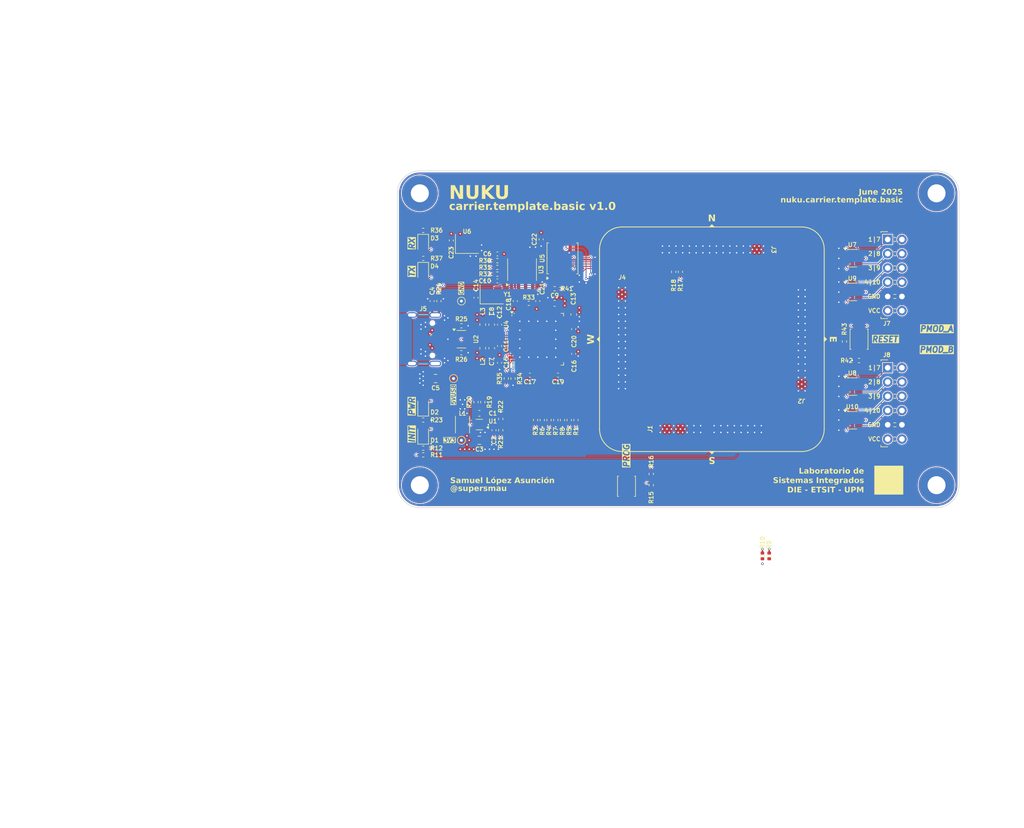
<source format=kicad_pcb>
(kicad_pcb (version 20241229) (generator "pcbnew") (generator_version "9.0")
  (title_block (title "nuku.carrier.template.basic") (date "2025-06-25") (rev "0") (company "Samuel López Asunción") (comment 1 "@supersmau"))
  (layers (0 "F.Cu" signal "L1_(Sig).Cu") (4 "In1.Cu" power "L2_(GND).Cu") (6 "In2.Cu" power "L3_(GND).Cu") (2 "B.Cu" signal "L4_(Sig).Cu") (13 "F.Paste" user) (15 "B.Paste" user) (5 "F.SilkS" user "F.Silkscreen") (7 "B.SilkS" user "B.Silkscreen") (1 "F.Mask" user) (3 "B.Mask" user) (25 "Edge.Cuts" user))
  (net 0 "")
  (net 1 "GND")
  (net 2 "+3V3")
  (net 3 "+5V")
  (net 5 "/power/FB_3V3")
  (net 6 "/core-south-0/CONFIG_PROG")
  (net 7 "/core-south-0/CONFIG_M2")
  (net 8 "SHIELD")
  (net 10 "/core-south-0/PWR_LOOPBACK")
  (net 12 "/core-south-0/CONFIG_M0")
  (net 13 "/bridge/VPLL")
  (net 14 "/bridge/VPHY")
  (net 15 "/core-south-0/MGTP_CLK0_P")
  (net 16 "/core-south-0/MGTP_TX3_P")
  (net 17 "/core-south-0/MGTP_TX0_P")
  (net 18 "/core-south-0/MGTP_RX3_P")
  (net 19 "Net-(U4-OSCI)")
  (net 20 "/core-south-0/MGTP_CLK1_N")
  (net 21 "/core-south-0/MGTP_TX3_N")
  (net 22 "/core-south-0/MGTP_RX2_P")
  (net 24 "/core-south-0/CONFIG_INIT")
  (net 27 "/core-south-0/MGTP_RX3_N")
  (net 29 "/core-south-0/MGTP_TX0_N")
  (net 30 "/core-south-0/CONFIG_DONE")
  (net 31 "/core-south-0/MGTP_RX1_N")
  (net 32 "/core-south-0/MGTP_RX0_P")
  (net 33 "+1V8")
  (net 35 "/core-south-0/MGTP_RX1_P")
  (net 37 "/core-south-0/MGTP_RX0_N")
  (net 38 "/core-south-0/MGTP_TX1_P")
  (net 39 "/core-south-0/MGTP_TX2_P")
  (net 40 "/core-south-0/MGTP_RX2_N")
  (net 42 "/core-south-0/MGTP_TX2_N")
  (net 43 "/core-south-0/MGTP_CLK1_P")
  (net 44 "/core-south-0/MGTP_TX1_N")
  (net 45 "/core-south-0/CONFIG_M1")
  (net 46 "/core-east-34/PMOD_B8")
  (net 47 "/core-east-34/IO34_23_N")
  (net 48 "/core-east-34/IO34_25")
  (net 49 "/core-east-34/PMOD_B9")
  (net 50 "/core-east-34/IO34_16_P")
  (net 51 "/core-east-34/IO34_15_P")
  (net 52 "/core-east-34/IO34_13_P")
  (net 53 "/core-east-34/IO34_9_N")
  (net 54 "/core-east-34/RESET")
  (net 55 "/core-east-34/IO34_5_P")
  (net 56 "/core-east-34/IO34_13_N")
  (net 57 "/core-east-34/IO34_14_N")
  (net 58 "/core-east-34/IO34_15_N")
  (net 59 "/core-east-34/PMOD_B10")
  (net 60 "/core-east-34/IO34_23_P")
  (net 61 "/core-east-34/PMOD_A10")
  (net 62 "/core-east-34/IO34_17_N")
  (net 63 "/core-east-34/IO34_3_N")
  (net 64 "/core-east-34/IO34_12_P")
  (net 65 "/core-east-34/IO34_12_N")
  (net 66 "/core-east-34/IO34_19_N")
  (net 67 "/core-east-34/IO34_5_N")
  (net 68 "/core-east-34/IO34_19_P")
  (net 69 "/core-east-34/IO34_16_N")
  (net 70 "/core-east-34/PMOD_A7")
  (net 71 "/core-east-34/IO34_9_P")
  (net 72 "/core-east-34/IO34_7_P")
  (net 73 "/core-east-34/IO34_11_N")
  (net 74 "/core-east-34/IO34_11_P")
  (net 75 "/core-east-34/IO34_3_P")
  (net 76 "/core-east-34/IO34_0")
  (net 77 "/core-east-34/IO34_10_N")
  (net 78 "/core-east-34/PMOD_A9")
  (net 79 "/core-east-34/IO34_21_N")
  (net 80 "/core-east-34/IO34_1_P")
  (net 81 "/core-east-34/IO34_1_N")
  (net 82 "/core-east-34/IO34_7_N")
  (net 83 "/core-east-34/PMOD_B7")
  (net 84 "/core-east-34/PMOD_A8")
  (net 85 "/core-east-34/IO34_21_P")
  (net 86 "/core-east-34/IO34_17_P")
  (net 87 "/core-east-34/IO34_14_P")
  (net 88 "/core-north-14/IO14_21_N")
  (net 89 "/core-north-14/IO14_14_P")
  (net 90 "Net-(U4-OSCO)")
  (net 91 "/core-north-14/IO14_14_N")
  (net 92 "/core-north-14/IO14_3_N")
  (net 93 "/core-north-14/IO14_16_N")
  (net 94 "/core-north-14/IO14_9_N")
  (net 95 "/core-north-14/IO14_3_P")
  (net 96 "/core-north-14/IO14_20_N")
  (net 97 "/core-north-14/IO14_16_P")
  (net 98 "/core-north-14/IO14_6_N")
  (net 99 "/core-north-14/IO14_4_N")
  (net 100 "/core-north-14/IO14_11_N")
  (net 101 "/core-north-14/IO14_21_P")
  (net 102 "/core-north-14/IO14_19_N")
  (net 103 "/core-north-14/IO14_22_N")
  (net 104 "/core-north-14/IO14_8_N")
  (net 105 "/core-north-14/IO14_18_P")
  (net 106 "/core-north-14/IO14_9_P")
  (net 107 "/core-north-14/IO14_5_P")
  (net 108 "/core-north-14/IO14_19_P")
  (net 109 "/core-north-14/IO14_13_P")
  (net 110 "/core-north-14/IO14_12_N")
  (net 111 "/core-north-14/IO14_13_N")
  (net 112 "/core-north-14/IO14_17_P")
  (net 113 "/core-north-14/IO14_10_N")
  (net 114 "/core-north-14/IO14_17_N")
  (net 115 "/core-north-14/IO14_11_P")
  (net 116 "/core-north-14/IO14_15_N")
  (net 117 "/core-north-14/IO14_23_N")
  (net 118 "/core-north-14/IO14_7_P")
  (net 119 "/core-north-14/IO14_23_P")
  (net 120 "/core-north-14/IO14_15_P")
  (net 121 "/core-north-14/IO14_8_P")
  (net 122 "/core-north-14/IO14_20_P")
  (net 123 "/core-north-14/IO14_24_N")
  (net 124 "/core-north-14/IO14_7_N")
  (net 125 "/core-north-14/IO14_24_P")
  (net 126 "/core-north-14/IO14_22_P")
  (net 127 "Net-(D2-K)")
  (net 128 "/core-north-14/IO14_10_P")
  (net 129 "/core-north-14/IO14_25")
  (net 130 "/core-north-14/IO14_4_P")
  (net 131 "/core-north-14/IO14_18_N")
  (net 132 "/core-north-14/IO14_0")
  (net 133 "/core-north-14/IO14_5_N")
  (net 134 "/core-west-15/IO15_15_N")
  (net 135 "/core-west-15/IO15_14_N")
  (net 136 "/core-west-15/IO15_4_N")
  (net 137 "/core-west-15/IO15_8_P")
  (net 138 "/core-west-15/IO15_13_P")
  (net 139 "/core-west-15/IO15_21_P")
  (net 140 "/core-west-15/IO15_5_N")
  (net 141 "/core-west-15/IO15_25")
  (net 142 "/core-west-15/IO15_9_N")
  (net 143 "/core-west-15/IO15_18_N")
  (net 144 "/core-west-15/IO15_2_N")
  (net 145 "/core-west-15/IO15_5_P")
  (net 146 "/core-west-15/IO15_20_N")
  (net 147 "/core-west-15/IO15_3_N")
  (net 148 "/core-west-15/IO15_1_N")
  (net 149 "/core-west-15/IO15_18_P")
  (net 150 "/core-west-15/IO15_15_P")
  (net 151 "/core-west-15/IO15_17_P")
  (net 152 "/core-west-15/IO15_3_P")
  (net 153 "/core-west-15/IO15_9_P")
  (net 154 "/core-west-15/IO15_7_N")
  (net 155 "/core-west-15/IO15_23_N")
  (net 156 "/core-south-0/PGOOD")
  (net 157 "/core-west-15/IO15_23_P")
  (net 158 "/core-west-15/IO15_16_N")
  (net 159 "/core-west-15/IO15_14_P")
  (net 160 "/core-west-15/IO15_13_N")
  (net 161 "/core-west-15/IO15_17_N")
  (net 162 "/core-west-15/IO15_24_N")
  (net 163 "/core-west-15/IO15_7_P")
  (net 164 "/core-west-15/IO15_22_N")
  (net 165 "/core-west-15/IO15_4_P")
  (net 166 "/core-west-15/IO15_21_N")
  (net 167 "/core-west-15/IO15_11_N")
  (net 168 "/core-west-15/IO15_22_P")
  (net 169 "/core-west-15/IO15_2_P")
  (net 170 "/core-west-15/IO15_19_P")
  (net 171 "/core-west-15/IO15_19_N")
  (net 172 "/core-west-15/IO15_24_P")
  (net 173 "/core-west-15/IO15_6_N")
  (net 174 "/core-west-15/IO15_20_P")
  (net 175 "/core-west-15/IO15_0")
  (net 176 "Net-(D1-K)")
  (net 177 "/core-west-15/IO15_16_P")
  (net 178 "/core-west-15/IO15_6_P")
  (net 179 "/core-west-15/IO15_11_P")
  (net 180 "/core-west-15/IO15_1_P")
  (net 181 "/core-west-15/IO15_8_N")
  (net 182 "/core-south-0/CONFIG_CFGBVS")
  (net 183 "Net-(D3-K)")
  (net 184 "Net-(D4-K)")
  (net 185 "/bridge/JTAG_TDO")
  (net 186 "/bridge/JTAG_TMS")
  (net 187 "/bridge/JTAG_TDI")
  (net 188 "/bridge/JTAG_TCK")
  (net 189 "/config/CONFIG_CLK")
  (net 190 "Net-(J5-CC1)")
  (net 191 "/bridge/USB_DP")
  (net 192 "/bridge/USB_DN")
  (net 193 "Net-(J5-CC2)")
  (net 198 "/power/SW_3V3")
  (net 199 "/power/EN_3V3")
  (net 200 "/bridge/EEORG")
  (net 201 "/bridge/EEDOUT")
  (net 202 "/bridge/EECLK")
  (net 203 "/bridge/EECS")
  (net 204 "/bridge/EEDIN")
  (net 205 "/bridge/FTDI_REF")
  (net 206 "/bridge/FTDI_NRESET")
  (net 207 "/bridge/UART_RX_LED")
  (net 208 "/bridge/UART_TX_LED")
  (net 209 "/bridge/PWRSAV#")
  (net 210 "/config/CONFIG_FCS_B")
  (net 211 "/power/PG_3V3")
  (net 215 "/bridge/UART_CTS#")
  (net 216 "/bridge/UART_RTS#")
  (net 229 "/bridge/UART_RXD")
  (net 234 "/bridge/UART_TXD")
  (net 238 "/config/CONFIG_MOSI_D00")
  (net 239 "/config/CONFIG_DIN_D01")
  (net 240 "/config/CONFIG_D03")
  (net 241 "/config/CONFIG_D02")
  (net 242 "/config/CLK")
  (net 244 "Net-(R42-Pad2)")
  (net 245 "/core-east-34/PMOD_B4")
  (net 246 "/core-east-34/PMOD_B2")
  (net 247 "/core-east-34/PMOD_B1")
  (net 248 "/core-east-34/PMOD_B3")
  (net 249 "/core-east-34/PMOD_A2")
  (net 250 "/core-east-34/PMOD_A1")
  (net 251 "/core-east-34/PMOD_A4")
  (net 252 "/core-east-34/PMOD_A3")
  (net 253 "/core-south-0/MGTP_CLK0_N")
  (footprint "Inductor_SMD:L_0603_1608Metric" (layer "F.Cu") (at 107.7 102.4 -90)
    (property "Reference" "L3")
    (property "Value" "600")
  )
  (footprint "Package_TO_SOT_SMD:SOT-23-6" (layer "F.Cu") (at 173.5 90.57)
    (property "Reference" "U7")
    (property "Value" "SRV05-4")
  )
  (footprint "Resistor_SMD:R_0402_1005Metric" (layer "F.Cu") (at 97.1 125.6 180)
    (property "Reference" "R11")
    (property "Value" "4k7")
  )
  (footprint "Package_SO:SOIC-8_5.3x5.3mm_P1.27mm" (layer "F.Cu") (at 121.9 90.6 90)
    (property "Reference" "U5")
    (property "Value" "IS25LP064A")
  )
  (footprint "Package_SO:SOIC-8_3.9x4.9mm_P1.27mm" (layer "F.Cu") (at 114.7 92.6 90)
    (property "Reference" "U3")
    (property "Value" "M93C56-WMN6TP")
  )
  (footprint "Capacitor_SMD:C_0402_1005Metric" (layer "F.Cu") (at 110.7 102.4 90)
    (property "Reference" "C12")
    (property "Value" "470n")
  )
  (footprint "Resistor_SMD:R_0402_1005Metric" (layer "F.Cu") (at 137.7 131 90)
    (property "Reference" "R15")
    (property "Value" "10k")
  )
  (footprint "Resistor_SMD:R_0402_1005Metric" (layer "F.Cu") (at 119.5 119.4 -90)
    (property "Reference" "R4")
    (property "Value" "1k")
  )
  (footprint "Resistor_SMD:R_0402_1005Metric" (layer "F.Cu") (at 97.1 119.4 180)
    (property "Reference" "R23")
    (property "Value" "1k")
  )
  (footprint "Resistor_SMD:R_0402_1005Metric" (layer "F.Cu") (at 121.9 119.4 90)
    (property "Reference" "R8")
    (property "Value" "1k")
  )
  (footprint "Resistor_SMD:R_0402_1005Metric" (layer "F.Cu") (at 107.7 116.2 -90)
    (property "Reference" "R19")
    (property "Value" "100k")
  )
  (footprint "Capacitor_SMD:C_0603_1608Metric" (layer "F.Cu") (at 109.3 106.6 -90)
    (property "Reference" "C7")
    (property "Value" "4u7")
  )
  (footprint "LED_SMD:LED_0805_2012Metric" (layer "F.Cu") (at 97.1 93 -90)
    (property "Reference" "D4")
    (property "Value" "TX")
  )
  (footprint "Capacitor_SMD:C_0402_1005Metric" (layer "F.Cu") (at 110.3 94.6)
    (property "Reference" "C10")
    (property "Value" "33p")
  )
  (footprint "Resistor_SMD:R_0402_1005Metric" (layer "F.Cu") (at 137.7 129 90)
    (property "Reference" "R16")
    (property "Value" "10k")
  )
  (footprint "Resistor_SMD:R_0402_1005Metric" (layer "F.Cu") (at 110.9 119.2 -90)
    (property "Reference" "R22")
    (property "Value" "22k")
  )
  (footprint "Capacitor_SMD:C_0402_1005Metric" (layer "F.Cu") (at 118.1 87.2 -90)
    (property "Reference" "C22")
    (property "Value" "470n")
  )
  (footprint "Capacitor_SMD:C_0603_1608Metric" (layer "F.Cu") (at 120.5 98.6 180)
    (property "Reference" "C9")
    (property "Value" "4u7")
  )
  (footprint "Resistor_SMD:R_0402_1005Metric" (layer "F.Cu") (at 99.9 98.2 90)
    (property "Reference" "R24")
    (property "Value" "1M")
  )
  (footprint "nuku:DF40HC(4.0)-90DS-0.4V" (layer "F.Cu") (at 132.5 105)
    (property "Reference" "J4")
    (property "Value" "DF40HC(4.0)-90DS-0.4V" (hide yes))
  )
  (footprint "LED_SMD:LED_0805_2012Metric" (layer "F.Cu") (at 97.1 122 90)
    (property "Reference" "D1")
    (property "Value" "INIT")
  )
  (footprint "Capacitor_SMD:C_0402_1005Metric" (layer "F.Cu") (at 123.9 107.6 -90)
    (property "Reference" "C16")
    (property "Value" "470n")
  )
  (footprint "Resistor_SMD:R_0402_1005Metric" (layer "F.Cu") (at 174.7 108.8)
    (property "Reference" "R42")
    (property "Value" "4k7")
  )
  (footprint "Capacitor_SMD:C_0603_1608Metric" (layer "F.Cu") (at 107.1 118.2 180)
    (property "Reference" "C1")
    (property "Value" "4u7")
  )
  (footprint "MountingHole:MountingHole_3.2mm_M3_Pad_TopBottom" (layer "F.Cu") (at 96.5 131)
    (property "Reference" "" (hide yes))
    (property "Value" "MountingHole_3.2mm_M3_Pad_TopBottom")
  )
  (footprint "TestPoint:TestPoint_THTPad_D1.0mm_Drill0.5mm" (layer "F.Cu") (at 103.9 123 180)
    (property "Reference" "3V3")
    (property "Value" "TestPoint_THTPad_D1.0mm_Drill0.5mm")
  )
  (footprint "Capacitor_SMD:C_0402_1005Metric" (layer "F.Cu") (at 117.5 98.2 90)
    (property "Reference" "C21")
    (property "Value" "470n")
  )
  (footprint "Resistor_SMD:R_0402_1005Metric" (layer "F.Cu") (at 110.3 93.4 180)
    (property "Reference" "R32")
    (property "Value" "10k")
  )
  (footprint "MountingHole:MountingHole_3.2mm_M3_Pad_TopBottom" (layer "F.Cu") (at 188.5 79)
    (property "Reference" "" (hide yes))
    (property "Value" "MountingHole_3.2mm_M3_Pad_TopBottom")
  )
  (footprint "nuku:DF40HC(4.0)-90DS-0.4V" (layer "F.Cu") (at 148.5 89 -90)
    (property "Reference" "J3")
    (property "Value" "DF40HC(4.0)-90DS-0.4V" (hide yes))
  )
  (footprint "Resistor_SMD:R_0402_1005Metric" (layer "F.Cu") (at 117.1 119.4 -90)
    (property "Reference" "R3")
    (property "Value" "1k")
  )
  (footprint "Resistor_SMD:R_0402_1005Metric" (layer "F.Cu") (at 97.1 124.4 180)
    (property "Reference" "R12")
    (property "Value" "1k")
  )
  (footprint "nuku:DF40HC(4.0)-90DS-0.4V" (layer "F.Cu") (at 164.5 105 180)
    (property "Reference" "J2")
    (property "Value" "DF40HC(4.0)-90DS-0.4V" (hide yes))
  )
  (footprint "Capacitor_SMD:C_0603_1608Metric" (layer "F.Cu") (at 123.9 100.6 -90)
    (property "Reference" "C13")
    (property "Value" "4u7")
  )
  (footprint "Resistor_SMD:R_0402_1005Metric" (layer "F.Cu") (at 106.5 116.2 90)
    (property "Reference" "R20")
    (property "Value" "200k")
  )
  (footprint "Capacitor_SMD:C_0805_2012Metric" (layer "F.Cu") (at 99.3 112 180)
    (property "Reference" "C5")
    (property "Value" "47u")
  )
  (footprint "MountingHole:MountingHole_3.2mm_M3_Pad_TopBottom" (layer "F.Cu") (at 96.5 79)
    (property "Reference" "" (hide yes))
    (property "Value" "MountingHole_3.2mm_M3_Pad_TopBottom")
  )
  (footprint "Resistor_SMD:R_0402_1005Metric" (layer "F.Cu") (at 120.5 96 180)
    (property "Reference" "R41")
    (property "Value" "4k7")
  )
  (footprint "Resistor_SMD:R_0402_1005Metric" (layer "F.Cu") (at 110.3 91 180)
    (property "Reference" "R30")
    (property "Value" "10k")
  )
  (footprint "Capacitor_SMD:C_0402_1005Metric" (layer "F.Cu") (at 123.9 103.2 90)
    (property "Reference" "C20")
    (property "Value" "470n")
  )
  (footprint "Package_TO_SOT_SMD:SOT-23-6" (layer "F.Cu") (at 173.5 96.57)
    (property "Reference" "U9")
    (property "Value" "SRV05-4")
  )
  (footprint "nuku:DF40HC(4.0)-90DS-0.4V" (layer "F.Cu") (at 148.5 121 90)
    (property "Reference" "J1")
    (property "Value" "DF40HC(4.0)-90DS-0.4V" (hide yes))
  )
  (footprint "Capacitor_SMD:C_0402_1005Metric" (layer "F.Cu") (at 110.3 89.8 180)
    (property "Reference" "C6")
    (property "Value" "470n")
  )
  (footprint "Resistor_SMD:R_0402_1005Metric" (layer "F.Cu") (at 103.9 102.6 180)
    (property "Reference" "R25")
    (property "Value" "5k1")
  )
  (footprint "LED_SMD:LED_0805_2012Metric" (layer "F.Cu") (at 97.1 88 -90)
    (property "Reference" "D3")
    (property "Value" "RX")
  )
  (footprint "Capacitor_SMD:C_0402_1005Metric" (layer "F.Cu") (at 106.5 97.6 -90)
    (property "Reference" "C14")
    (property "Value" "33p")
  )
  (footprint "Resistor_SMD:R_0402_1005Metric" (layer "F.Cu") (at 111.9 112 -90)
    (property "Reference" "R35")
    (property "Value" "1k")
  )
  (footprint "Resistor_SMD:R_0402_1005Metric" (layer "F.Cu") (at 142.9 93 -90)
    (property "Reference" "R17")
    (property "Value" "1k")
  )
  (footprint "Package_TO_SOT_SMD:SOT-23-6" (layer "F.Cu") (at 173.5 119.43)
    (property "Reference" "U10")
    (property "Value" "SRV05-4")
  )
  (footprint "TestPoint:TestPoint_THTPad_D1.0mm_Drill0.5mm" (layer "F.Cu") (at 103.9 98.2 90)
    (property "Reference" "GND")
    (property "Value" "TestPoint_THTPad_D1.0mm_Drill0.5mm")
  )
  (footprint "Capacitor_SMD:C_0402_1005Metric" (layer "F.Cu") (at 110.7 106.2 -90)
    (property "Reference" "C11")
    (property "Value" "470n")
  )
  (footprint "Resistor_SMD:R_0402_1005Metric" (layer "F.Cu") (at 158.7 143.6 90)
    (property "Reference" "R9")
    (property "Value" "330")
  )
  (footprint "Crystal:Crystal_SMD_3225-4Pin_3.2x2.5mm" (layer "F.Cu") (at 104.9 88)
    (property "Reference" "U6")
    (property "Value" "OT3225100MJBA4SL")
  )
  (footprint "Resistor_SMD:R_0402_1005Metric" (layer "F.Cu") (at 97.1 90.6 180)
    (property "Reference" "R37")
    (property "Value" "1k")
  )
  (footprint "Capacitor_SMD:C_0402_1005Metric" (layer "F.Cu") (at 121.1 111.4)
    (property "Reference" "C19")
    (property "Value" "470n")
  )
  (footprint "Capacitor_SMD:C_0402_1005Metric" (layer "F.Cu") (at 102.1 87.4 -90)
    (property "Reference" "C23")
    (property "Value" "470n")
  )
  (footprint "Resistor_SMD:R_0402_1005Metric" (layer "F.Cu") (at 124.3 119.4 90)
    (property "Reference" "R1")
    (property "Value" "0")
  )
  (footprint "Resistor_SMD:R_0402_1005Metric" (layer "F.Cu") (at 113.1 112 -90)
    (property "Reference" "R34")
    (property "Value" "12k")
  )
  (footprint "Package_DFN_QFN:QFN-64-1EP_9x9mm_P0.5mm_EP4.35x4.35mm" (layer "F.Cu") (at 117.5 105)
    (property "Reference" "U4")
    (property "Value" "FT2232HQ")
  )
  (footprint "Resistor_SMD:R_0402_1005Metric" (layer "F.Cu") (at 120.7 119.4 90)
    (property "Reference" "R7")
    (property "Value" "1k")
  )
  (footprint "Package_TO_SOT_SMD:SOT-23-6" (layer "F.Cu") (at 173.5 113.43)
    (property "Reference" "U8")
    (property "Value" "SRV05-4")
  )
  (footprint "LED_SMD:LED_0805_2012Metric" (layer "F.Cu") (at 97.1 117 90)
    (property "Reference" "D2")
    (property "Value" "PWR")
  )
  (footprint "Resistor_SMD:R_0402_1005Metric" (layer "F.Cu") (at 172.1 105.4 -90)
    (property "Reference" "R43")
    (property "Value" "4k7")
  )
  (footprint "Inductor_SMD:L_Changjiang_FNR252010S" (layer "F.Cu") (at 104.1 120.2 -90)
    (property "Reference" "L1")
    (property "Value" "1u")
  )
  (footprint "Resistor_SMD:R_0402_1005Metric" (layer "F.Cu") (at 97.1 85.6 180)
    (property "Reference" "R36")
    (property "Value" "1k")
  )
  (footprint "Resistor_SMD:R_0402_1005Metric" (layer "F.Cu") (at 157.5 143.6 90)
    (property "Reference" "R10")
    (property "Value" "4k7")
  )
  (footprint "nuku:TYPE-C16PIN" (layer "F.Cu") (at 92.5 105 -90)
    (property "Reference" "J5")
    (property "Value" "USB_C_Receptacle_USB2.0_16P")
  )
  (footprint "nuku:PMOD_PinSocket_2x06_P2.54mm_Horizontal" (layer "F.Cu") (at 192.5 116.43)
    (property "Reference" "J8")
    (property "Value" "PMOD_B")
  )
  (footprint "Inductor_SMD:L_0603_1608Metric" (layer "F.Cu") (at 107.7 106.6 90)
    (property "Reference" "L2")
    (property "Value" "600")
  )
  (footprint "Resistor_SMD:R_0402_1005Metric" (layer "F.Cu") (at 141.7 93 90)
    (property "Reference" "R18")
    (property "Value" "1k")
  )
  (footprint "nuku:PMOD_PinSocket_2x06_P2.54mm_Horizontal" (layer "F.Cu") (at 192.5 93.57)
    (property "Reference" "J7")
    (property "Value" "PMOD_A")
  )
  (footprint "MountingHole:MountingHole_3.2mm_M3_Pad_TopBottom" (layer "F.Cu") (at 188.5 131)
    (property "Reference" "" (hide yes))
    (property "Value" "MountingHole_3.2mm_M3_Pad_TopBottom")
  )
  (footprint "Capacitor_SMD:C_0402_1005Metric" (layer "F.Cu") (at 98.7 98.2 -90)
    (property "Reference" "C4")
    (property "Value" "470n")
  )
  (footprint "Resistor_SMD:R_0402_1005Metric" (layer "F.Cu") (at 115.9 98.6)
    (property "Reference" "R33")
    (property "Value" "2k2")
  )
  (footprint "Crystal:Crystal_SMD_3225-4Pin_3.2x2.5mm" (layer "F.Cu") (at 109.3 97)
    (property "Reference" "Y1")
    (property "Value" "12 MHz")
  )
  (footprint "nuku:TS-1088-AR02016" (layer "F.Cu") (at 133.3 131.2 90)
    (property "Reference" "SW1" (hide yes))
    (property "Value" "PROG")
  )
  (footprint "Capacitor_SMD:C_0603_1608Metric" (layer "F.Cu") (at 109.3 102.4 90)
    (property "Reference" "C8")
    (property "Value" "4u7")
  )
  (footprint "Resistor_SMD:R_0402_1005Metric" (layer "F.Cu") (at 123.1 119.4 -90)
    (property "Reference" "R5")
    (property "Value" "1k")
  )
  (footprint "nuku:TS-1088-AR02016" (layer "F.Cu") (at 174.7 105 90)
    (property "Reference" "SW2" (hide yes))
    (property "Value" "RESET")
  )
  (footprint "Capacitor_SMD:C_0402_1005Metric" (layer "F.Cu") (at 110.7 109.2 -90)
    (property "Reference" "C15")
    (property "Value" "470n")
  )
  (footprint "Resistor_SMD:R_0402_1005Metric" (layer "F.Cu") (at 103.9 107.4 180)
    (property "Reference" "R26")
    (property "Value" "5k1")
  )
  (footprint "Capacitor_SMD:C_0402_1005Metric" (layer "F.Cu") (at 116.1 111.4)
    (property "Reference" "C17")
    (property "Value" "470n")
  )
  (footprint "Resistor_SMD:R_0402_1005Metric" (layer "F.Cu") (at 110.3 92.2 180)
    (property "Reference" "R31")
    (property "Value" "10k")
  )
  (footprint "Package_TO_SOT_SMD:SOT-563" (layer "F.Cu") (at 107.1 120.2 180)
    (property "Reference" "U1")
    (property "Value" "AP61302")
  )
  (footprint "Capacitor_SMD:C_0402_1005Metric" (layer "F.Cu") (at 113.5 98.2 90)
    (property "Reference" "C18")
    (property "Value" "470n")
  )
  (footprint "Package_TO_SOT_SMD:SOT-23-6" (layer "F.Cu") (at 103.9 105)
    (property "Reference" "U2")
    (property "Value" "SRV05-4")
  )
  (footprint "Capacitor_SMD:C_0402_1005Metric" (layer "F.Cu") (at 109.7 121.2 90)
    (property "Reference" "C2")
    (property "Value" "33p")
  )
  (footprint "TestPoint:TestPoint_THTPad_D1.0mm_Drill0.5mm" (layer "F.Cu") (at 102.5 112 -90)
    (property "Reference" "5VUSB")
    (property "Value" "TestPoint_THTPad_D1.0mm_Drill0.5mm")
  )
  (footprint "Resistor_SMD:R_0402_1005Metric" (layer "F.Cu") (at 118.3 119.4 90)
    (property "Reference" "R6")
    (property "Value" "1k")
  )
  (footprint "Resistor_SMD:R_0402_1005Metric" (layer "F.Cu") (at 110.9 121.2 -90)
    (property "Reference" "R21")
    (property "Value" "100k")
  )
  (footprint "Capacitor_SMD:C_0805_2012Metric" (layer "F.Cu") (at 107.1 123)
    (property "Reference" "C3")
    (property "Value" "47u")
  )
  (gr_poly (pts (xy 168.5 104.6) (xy 168.9 105) (xy 168.5 105.4)) (stroke (width 0.15)) (fill yes) (layer "F.SilkS"))
  (gr_arc (start 168.5 121) (mid 167.328427 123.828427) (end 164.5 125) (stroke (width 0.15)) (layer "F.SilkS"))
  (gr_poly (pts (xy 148.9 125) (xy 148.5 125.4) (xy 148.1 125)) (stroke (width 0.15)) (fill yes) (layer "F.SilkS"))
  (gr_arc (start 132.5 125) (mid 129.671573 123.828427) (end 128.5 121) (stroke (width 0.15)) (layer "F.SilkS"))
  (gr_line (start 168.5 89) (end 168.5 121) (stroke (width 0.15)) (layer "F.SilkS"))
  (gr_rect (start 177.5 127.6) (end 182.5 132.6) (stroke (width 0.15)) (fill yes) (layer "F.SilkS"))
  (gr_line (start 128.5 121) (end 128.5 89) (stroke (width 0.15)) (layer "F.SilkS"))
  (gr_poly (pts (xy 128.5 105.4) (xy 128.1 105) (xy 128.5 104.6)) (stroke (width 0.15)) (fill yes) (layer "F.SilkS"))
  (gr_line (start 132.5 85) (end 164.5 85) (stroke (width 0.15)) (layer "F.SilkS"))
  (gr_line (start 164.5 125) (end 132.5 125) (stroke (width 0.15)) (layer "F.SilkS"))
  (gr_arc (start 164.5 85) (mid 167.328427 86.171573) (end 168.5 89) (stroke (width 0.15)) (layer "F.SilkS"))
  (gr_arc (start 128.5 89) (mid 129.671573 86.171573) (end 132.5 85) (stroke (width 0.15)) (layer "F.SilkS"))
  (gr_poly (pts (xy 148.1 85) (xy 148.5 84.6) (xy 148.9 85)) (stroke (width 0.15)) (fill yes) (layer "F.SilkS"))
  (gr_arc (start 192.5 131) (mid 191.328427 133.828427) (end 188.5 135) (stroke (width 0.1)) (layer "Edge.Cuts"))
  (gr_line (start 192.5 79) (end 192.5 131) (stroke (width 0.1)) (layer "Edge.Cuts"))
  (gr_line (start 96.5 75) (end 188.5 75) (stroke (width 0.1)) (layer "Edge.Cuts"))
  (gr_arc (start 96.5 135) (mid 93.671573 133.828427) (end 92.5 131) (stroke (width 0.1)) (layer "Edge.Cuts"))
  (gr_line (start 92.5 131) (end 92.5 79) (stroke (width 0.1)) (layer "Edge.Cuts"))
  (gr_arc (start 188.5 75) (mid 191.328427 76.171573) (end 192.5 79) (stroke (width 0.1)) (layer "Edge.Cuts"))
  (gr_line (start 188.5 135) (end 96.5 135) (stroke (width 0.1)) (layer "Edge.Cuts"))
  (gr_arc (start 92.5 79) (mid 93.671573 76.171573) (end 96.5 75) (stroke (width 0.1)) (layer "Edge.Cuts"))
  (gr_text "carrier.template.basic v1.0" (at 101.7 82.2 0) (layer "F.SilkS") (effects (font (size 1.4 1.4) (thickness 0.25) (italic yes)) (justify left bottom)))
  (gr_text "June 2025" (at 182.5 79.4 0) (layer "F.SilkS") (effects (font (size 1 1) (thickness 0.25) (italic yes)) (justify right bottom)))
  (gr_text "Laboratorio de\nSistemas Integrados\nDIE - ETSIT - UPM" (at 175.6 130.2 0) (layer "F.SilkS") (effects (font (size 1 1) (thickness 0.25) (italic yes)) (justify right)))
  (gr_text "W" (at 127.7 105 90) (layer "F.SilkS") (effects (font (size 1.2 1.2) (thickness 0.25) (italic yes)) (justify bottom)))
  (gr_text "N" (at 148.5 84.2 0) (layer "F.SilkS") (effects (font (size 1.2 1.2) (thickness 0.25) (italic yes)) (justify bottom)))
  (gr_text "E" (at 169.3 105 270) (layer "F.SilkS") (effects (font (size 1.2 1.2) (thickness 0.25) (italic yes)) (justify bottom)))
  (gr_text "nuku.carrier.template.basic" (at 182.5 80.8 0) (layer "F.SilkS") (effects (font (size 1 1) (thickness 0.25) (italic yes)) (justify right bottom)))
  (gr_text "NUKU" (at 101.7 80.4 0) (layer "F.SilkS") (effects (font (size 2.4 2.4) (thickness 0.25) (italic yes)) (justify left bottom)))
  (gr_text "S" (at 148.5 125.8 180) (layer "F.SilkS") (effects (font (size 1.2 1.2) (thickness 0.25) (italic yes)) (justify bottom)))
  (gr_text "@supersmau" (at 101.9 132.2 0) (layer "F.SilkS") (effects (font (size 1 1) (thickness 0.25) (italic yes)) (justify left bottom)))
  (gr_text "Samuel López Asunción" (at 101.9 130.8 0) (layer "F.SilkS") (effects (font (size 1 1) (thickness 0.25) (italic yes)) (justify left bottom)))
  (segment (start 144.1 122.54) (end 144.1 121.6) (width 0.15) (layer "F.Cu") (net 1))
  (segment (start 144.1 119.46) (end 144.1 120.4) (width 0.15) (layer "F.Cu") (net 1))
  (segment (start 141.7 122.54) (end 141.7 121.6) (width 0.15) (layer "F.Cu") (net 1))
  (segment (start 141.7 119.46) (end 141.7 120.4) (width 0.15) (layer "F.Cu") (net 1))
  (via (at 163.9 110.6) (size 0.45) (drill 0.25) (layers "F.Cu" "B.Cu") (net 1))
  (via (at 133.1 95.8) (size 0.45) (drill 0.25) (layers "F.Cu" "B.Cu") (net 1))
  (via (at 108.9 124.6) (size 0.45) (drill 0.25) (layers "F.Cu" "B.Cu") (net 1))
  (via (at 124.9 101) (size 0.45) (drill 0.25) (layers "F.Cu" "B.Cu") (net 1))
  (via (at 96.5 112) (size 0.45) (drill 0.25) (layers "F.Cu" "B.Cu") (net 1))
  (via (at 163.9 98.6) (size 0.45) (drill 0.25) (layers "F.Cu" "B.Cu") (net 1))
  (via (at 150.5 88.4) (size 0.45) (drill 0.25) (layers "F.Cu" "B.Cu") (net 1))
  (via (at 163.9 96.2) (size 0.45) (drill 0.25) (layers "F.Cu" "B.Cu") (net 1))
  (via (at 155.3 89.6) (size 0.45) (drill 0.25) (layers "F.Cu" "B.Cu") (net 1))
  (via (at 154.1 88.4) (size 0.45) (drill 0.25) (layers "F.Cu" "B.Cu") (net 1))
  (via (at 155.3 88.4) (size 0.45) (drill 0.25) (layers "F.Cu" "B.Cu") (net 1))
  (via (at 154.9 120.4) (size 0.45) (drill 0.25) (layers "F.Cu" "B.Cu") (net 1))
  (via (at 131.9 103) (size 0.45) (drill 0.25) (layers "F.Cu" "B.Cu") (net 1))
  (via (at 131.9 100.6) (size 0.45) (drill 0.25) (layers "F.Cu" "B.Cu") (net 1))
  (via (at 114.3 108.2) (size 0.45) (drill 0.25) (layers "F.Cu" "B.Cu") (net 1))
  (via (at 110.5 124.6) (size 0.45) (drill 0.25) (layers "F.Cu" "B.Cu") (net 1))
  (via (at 151.3 121.6) (size 0.45) (drill 0.25) (layers "F.Cu" "B.Cu") (net 1))
  (via (at 109.7 124.6) (size 0.45) (drill 0.25) (layers "F.Cu" "B.Cu") (net 1))
  (via (at 171.1 111.6) (size 0.45) (drill 0.25) (layers "F.Cu" "B.Cu") (net 1))
  (via (at 106.5 96.4) (size 0.45) (drill 0.25) (layers "F.Cu" "B.Cu") (net 1))
  (via (at 165.1 108.2) (size 0.45) (drill 0.25) (layers "F.Cu" "B.Cu") (net 1))
  (via (at 97.1 113.2) (size 0.45) (drill 0.25) (layers "F.Cu" "B.Cu") (net 1))
  (via (at 165.1 105.8) (size 0.45) (drill 0.25) (layers "F.Cu" "B.Cu") (net 1))
  (via (at 107.9 94.6) (size 0.45) (drill 0.25) (layers "F.Cu" "B.Cu") (net 1))
  (via (at 144.5 88.4) (size 0.45) (drill 0.25) (layers "F.Cu" "B.Cu") (net 1))
  (via (at 104.5 115.8) (size 0.45) (drill 0.25) (layers "F.Cu" "B.Cu") (net 1))
  (via (at 124.9 93.6) (size 0.45) (drill 0.25) (layers "F.Cu" "B.Cu") (net 1))
  (via (at 115.9 101.8) (size 0.45) (drill 0.25) (layers "F.Cu" "B.Cu") (net 1))
  (via (at 133.1 99.4) (size 0.45) (drill 0.25) (layers "F.Cu" "B.Cu") (net 1))
  (via (at 146.9 88.4) (size 0.45) (drill 0.25) (layers "F.Cu" "B.Cu") (net 1))
  (via (at 131.9 106.6) (size 0.45) (drill 0.25) (layers "F.Cu" "B.Cu") (net 1))
  (via (at 165.1 110.6) (size 0.45) (drill 0.25) (layers "F.Cu" "B.Cu") (net 1))
  (via (at 165.1 96.2) (size 0.45) (drill 0.25) (layers "F.Cu" "B.Cu") (net 1))
  (via (at 150.5 89.6) (size 0.45) (drill 0.25) (layers "F.Cu" "B.Cu") (net 1))
  (via (at 133.1 100.6) (size 0.45) (drill 0.25) (layers "F.Cu" "B.Cu") (net 1))
  (via (at 115.9 108.2) (size 0.45) (drill 0.25) (layers "F.Cu" "B.Cu") (net 1))
  (via (at 117.5 101.8) (size 0.45) (drill 0.25) (layers "F.Cu" "B.Cu") (net 1))
  (via (at 120.7 101.8) (size 0.45) (drill 0.25) (layers "F.Cu" "B.Cu") (net 1))
  (via (at 140.9 88.4) (size 0.45) (drill 0.25) (layers "F.Cu" "B.Cu") (net 1))
  (via (at 100.9 100.8) (size 0.45) (drill 0.25) (layers "F.Cu" "B.Cu") (net 1))
  (via (at 131.9 99.4) (size 0.45) (drill 0.25) (layers "F.Cu" "B.Cu") (net 1))
  (via (at 108.1 124.6) (size 0.45) (drill 0.25) (layers "F.Cu" "B.Cu") (net 1))
  (via (at 119.3 97.6) (size 0.45) (drill 0.25) (layers "F.Cu" "B.Cu") (net 1))
  (via (at 104.9 118.2) (size 0.45) (drill 0.25) (layers "F.Cu" "B.Cu") (net 1))
  (via (at 114.3 103.4) (size 0.45) (drill 0.25) (layers "F.Cu" "B.Cu") (net 1))
  (via (at 127.7 93.4) (size 0.45) (drill 0.25) (layers "F.Cu" "B.Cu") (net 1))
  (via (at 171.1 115.2) (size 0.45) (drill 0.25) (layers "F.Cu" "B.Cu") (net 1))
  (via (at 107.5 89.2) (size 0.45) (drill 0.25) (layers "F.Cu" "B.Cu") (net 1))
  (via (at 133.1 98.2) (size 0.45) (drill 0.25) (layers "F.Cu" "B.Cu") (net 1))
  (via (at 171.1 96.6) (size 0.45) (drill 0.25) (layers "F.Cu" "B.Cu") (net 1))
  (via (at 103.7 115.8) (size 0.45) (drill 0.25) (layers "F.Cu" "B.Cu") (net 1))
  (via (at 121.5 112.2) (size 0.45) (drill 0.25) (layers "F.Cu" "B.Cu") (net 1))
  (via (at 117.5 108.2) (size 0.45) (drill 0.25) (layers "F.Cu" "B.Cu") (net 1))
  (via (at 149.3 88.4) (size 0.45) (drill 0.25) (layers "F.Cu" "B.Cu") (net 1))
  (via (at 154.9 121.6) (size 0.45) (drill 0.25) (layers "F.Cu" "B.Cu") (net 1))
  (via (at 124.9 94.8) (size 0.45) (drill 0.25) (layers "F.Cu" "B.Cu") (net 1))
  (via (at 133.1 107.8) (size 0.45) (drill 0.25) (layers "F.Cu" "B.Cu") (net 1))
  (via (at 97.1 112.4) (size 0.45) (drill 0.25) (layers "F.Cu" "B.Cu") (net 1))
  (via (at 108.9 108.4) (size 0.45) (drill 0.25) (layers "F.Cu" "B.Cu") (net 1))
  (via (at 163.9 105.8) (size 0.45) (drill 0.25) (layers "F.Cu" "B.Cu") (net 1))
  (via (at 171.1 94.8) (size 0.45) (drill 0.25) (layers "F.Cu" "B.Cu") (net 1))
  (via (at 113.1 113.2) (size 0.45) (drill 0.25) (layers "F.Cu" "B.Cu") (net 1))
  (via (at 105.1 107.4) (size 0.45) (drill 0.25) (layers "F.Cu" "B.Cu") (net 1))
  (via (at 146.5 120.4) (size 0.45) (drill 0.25) (layers "F.Cu" "B.Cu") (net 1))
  (via (at 131.9 95.8) (size 0.45) (drill 0.25) (layers "F.Cu" "B.Cu") (net 1))
  (via (at 100.9 108.4) (size 0.45) (drill 0.25) (layers "F.Cu" "B.Cu") (net 1))
  (via (at 108.9 100.6) (size 0.45) (drill 0.25) (layers "F.Cu" "B.Cu") (net 1))
  (via (at 105.5 90.2) (size 0.45) (drill 0.25) (layers "F.Cu" "B.Cu") (net 1))
  (via (at 152.5 121.6) (size 0.45) (drill 0.25) (layers "F.Cu" "B.Cu") (net 1))
  (via (at 151.3 120.4) (size 0.45) (drill 0.25) (layers "F.Cu" "B.Cu") (net 1))
  (via (at 133.1 110.2) (size 0.45) (drill 0.25) (layers "F.Cu" "B.Cu") (net 1))
  (via (at 131.9 105.4) (size 0.45) (drill 0.25) (layers "F.Cu" "B.Cu") (net 1))
  (via (at 139.3 120.4) (size 0.45) (drill 0.25) (layers "F.Cu" "B.Cu") (net 1))
  (via (at 146.9 89.6) (size 0.45) (drill 0.25) (layers "F.Cu" "B.Cu") (net 1))
  (via (at 152.5 120.4) (size 0.45) (drill 0.25) (layers "F.Cu" "B.Cu") (net 1))
  (via (at 131.9 109) (size 0.45) (drill 0.25) (layers "F.Cu" "B.Cu") (net 1))
  (via (at 111.9 108.8) (size 0.45) (drill 0.25) (layers "F.Cu" "B.Cu") (net 1))
  (via (at 120.7 105) (size 0.45) (drill 0.25) (layers "F.Cu" "B.Cu") (net 1))
  (via (at 96.7 103.2) (size 0.45) (drill 0.25) (layers "F.Cu" "B.Cu") (net 1))
  (via (at 131.9 107.8) (size 0.45) (drill 0.25) (layers "F.Cu" "B.Cu") (net 1))
  (via (at 163.9 101) (size 0.45) (drill 0.25) (layers "F.Cu" "B.Cu") (net 1))
  (via (at 100.9 109.2) (size 0.45) (drill 0.25) (layers "F.Cu" "B.Cu") (net 1))
  (via (at 97.1 111.6) (size 0.45) (drill 0.25) (layers "F.Cu" "B.Cu") (net 1))
  (via (at 142.1 88.4) (size 0.45) (drill 0.25) (layers "F.Cu" "B.Cu") (net 1))
  (via (at 165.1 107) (size 0.45) (drill 0.25) (layers "F.Cu" "B.Cu") (net 1))
  (via (at 117.5 97) (size 0.45) (drill 0.25) (layers "F.Cu" "B.Cu") (net 1))
  (via (at 100.7 97.8) (size 0.45) (drill 0.25) (layers "F.Cu" "B.Cu") (net 1))
  (via (at 110.7 110.4) (size 0.45) (drill 0.25) (layers "F.Cu" "B.Cu") (net 1))
  (via (at 165.1 98.6) (size 0.45) (drill 0.25) (layers "F.Cu" "B.Cu") (net 1))
  (via (at 131.9 111.4) (size 0.45) (drill 0.25) (layers "F.Cu" "B.Cu") (net 1))
  (via (at 121.9 120.6) (size 0.45) (drill 0.25) (layers "F.Cu" "B.Cu") (net 1))
  (via (at 133.1 104.2) (size 0.45) (drill 0.25) (layers "F.Cu" "B.Cu") (net 1))
  (via (at 103.7 117.4) (size 0.45) (drill 0.25) (layers "F.Cu" "B.Cu") (net 1))
  (via (at 157.3 120.4) (size 0.45) (drill 0.25) (layers "F.Cu" "B.Cu") (net 1))
  (via (at 143.3 89.6) (size 0.45) (drill 0.25) (layers "F.Cu" "B.Cu") (net 1))
  (via (at 142.1 89.6) (size 0.45) (drill 0.25) (layers "F.Cu" "B.Cu") (net 1))
  (via (at 165.1 97.4) (size 0.45) (drill 0.25) (layers "F.Cu" "B.Cu") (net 1))
  (via (at 151.7 88.4) (size 0.45) (drill 0.25) (layers "F.Cu" "B.Cu") (net 1))
  (via (at 144.5 89.6) (size 0.45) (drill 0.25) (layers "F.Cu" "B.Cu") (net 1))
  (via (at 108.1 121.6) (size 0.45) (drill 0.25) (layers "F.Cu" "B.Cu") (net 1))
  (via (at 117.1 88.6) (size 0.45) (drill 0.25) (layers "F.Cu" "B.Cu") (net 1))
  (via (at 96.7 107.6) (size 0.45) (drill 0.25) (layers "F.Cu" "B.Cu") (net 1))
  (via (at 163.9 102.2) (size 0.45) (drill 0.25) (layers "F.Cu" "B.Cu") (net 1))
  (via (at 120.7 106.6) (size 0.45) (drill 0.25) (layers "F.Cu" "B.Cu") (net 1))
  (via (at 127.7 90.4) (size 0.45) (drill 0.25) (layers "F.Cu" "B.Cu") (net 1))
  (via (at 141.7 121.6) (size 0.45) (drill 0.25) (layers "F.Cu" "B.Cu") (net 1))
  (via (at 118.3 120.6) (size 0.45) (drill 0.25) (layers "F.Cu" "B.Cu") (net 1))
  (via (at 156.1 121.6) (size 0.45) (drill 0.25) (layers "F.Cu" "B.Cu") (net 1))
  (via (at 97.9 97.8) (size 0.45) (drill 0.25) (layers "F.Cu" "B.Cu") (net 1))
  (via (at 163.9 108.2) (size 0.45) (drill 0.25) (layers "F.Cu" "B.Cu") (net 1))
  (via (at 139.3 121.6) (size 0.45) (drill 0.25) (layers "F.Cu" "B.Cu") (net 1))
  (via (at 110.7 101.2) (size 0.45) (drill 0.25) (layers "F.Cu" "B.Cu") (net 1))
  (via (at 163.9 109.4) (size 0.45) (drill 0.25) (layers "F.Cu" "B.Cu") (net 1))
  (via (at 116.5 112.2) (size 0.45) (drill 0.25) (layers "F.Cu" "B.Cu") (net 1))
  (via (at 157.3 121.6) (size 0.45) (drill 0.25) (layers "F.Cu" "B.Cu") (net 1))
  (via (at 143.3 88.4) (size 0.45) (drill 0.25) (layers "F.Cu" "B.Cu") (net 1))
  (via (at 112.7 97.8) (size 0.45) (drill 0.25) (layers "F.Cu" "B.Cu") (net 1))
  (via (at 152.9 89.6) (size 0.45) (drill 0.25) (layers "F.Cu" "B.Cu") (net 1))
  (via (at 105.1 102.6) (size 0.45) (drill 0.25) (layers "F.Cu" "B.Cu") (net 1))
  (via (at 104.5 117.4) (size 0.45) (drill 0.25) (layers "F.Cu" "B.Cu") (net 1))
  (via (at 97.5 107.2) (size 0.45) (drill 0.25) (layers "F.Cu" "B.Cu") (net 1))
  (via (at 150.1 121.6) (size 0.45) (drill 0.25) (layers "F.Cu" "B.Cu") (net 1))
  (via (at 171.1 92.4) (size 0.45) (drill 0.25) (layers "F.Cu" "B.Cu") (net 1))
  (via (at 145.3 120.4) (size 0.45) (drill 0.25) (layers "F.Cu" "B.Cu") (net 1))
  (via (at 131.9 110.2) (size 0.45) (drill 0.25) (layers "F.Cu" "B.Cu") (net 1))
  (via (at 97.5 102.8) (size 0.45) (drill 0.25) (layers "F.Cu" "B.Cu") (net 1))
  (via (at 150.1 120.4) (size 0.45) (drill 0.25) (layers "F.Cu" "B.Cu") (net 1))
  (via (at 107.3 121.6) (size 0.45) (drill 0.25) (layers "F.Cu" "B.Cu") (net 1))
  (via (at 173.5 108.8) (size 0.45) (drill 0.25) (layers "F.Cu" "B.Cu") (net 1))
  (via (at 153.7 120.4) (size 0.45) (drill 0.25) (layers "F.Cu" "B.Cu") (net 1))
  (via (at 163.9 99.8) (size 0.45) (drill 0.25) (layers "F.Cu" "B.Cu") (net 1))
  (via (at 133.1 101.8) (size 0.45) (drill 0.25) (layers "F.Cu" "B.Cu") (net 1))
  (via (at 163.9 97.4) (size 0.45) (drill 0.25) (layers "F.Cu" "B.Cu") (net 1))
  (via (at 101.5 108.8) (size 0.45) (drill 0.25) (layers "F.Cu" "B.Cu") (net 1))
  (via (at 144.1 120.4) (size 0.45) (drill 0.25) (layers "F.Cu" "B.Cu") (net 1))
  (via (at 119.1 101.8) (size 0.45) (drill 0.25) (layers "F.Cu" "B.Cu") (net 1))
  (via (at 171.1 119.4) (size 0.45) (drill 0.25) (layers "F.Cu" "B.Cu") (net 1))
  (via (at 171.1 121.2) (size 0.45) (drill 0.25) (layers "F.Cu" "B.Cu") (net 1))
  (via (at 124.9 101.8) (size 0.45) (drill 0.25) (layers "F.Cu" "B.Cu") (net 1))
  (via (at 100.9 101.6) (size 0.45) (drill 0.25) (layers "F.Cu" "B.Cu") (net 1))
  (via (at 163.9 104.6) (size 0.45) (drill 0.25) (layers "F.Cu" "B.Cu") (net 1))
  (via (at 153.7 121.6) (size 0.45) (drill 0.25) (layers "F.Cu" "B.Cu") (net 1))
  (via (at 148.9 120.4) (size 0.45) (drill 0.25) (layers "F.Cu" "B.Cu") (net 1))
  (via (at 97.1 110.8) (size 0.45) (drill 0.25) (layers "F.Cu" "B.Cu") (net 1))
  (via (at 139.7 88.4) (size 0.45) (drill 0.25) (layers "F.Cu" "B.Cu") (net 1))
  (via (at 131.9 101.8) (size 0.45) (drill 0.25) (layers "F.Cu" "B.Cu") (net 1))
  (via (at 116.1 88.6) (size 0.45) (drill 0.25) (layers "F.Cu" "B.Cu") (net 1))
  (via (at 120.1 97.6) (size 0.45) (drill 0.25) (layers "F.Cu" "B.Cu") (net 1))
  (via (at 133.1 109) (size 0.45) (drill 0.25) (layers "F.Cu" "B.Cu") (net 1))
  (via (at 163.9 114.2) (size 0.45) (drill 0.25) (layers "F.Cu" "B.Cu") (net 1))
  (via (at 165.1 111.8) (size 0.45) (drill 0.25) (layers "F.Cu" "B.Cu") (net 1))
  (via (at 109.7 108.4) (size 0.45) (drill 0.25) (layers "F.Cu" "B.Cu") (net 1))
  (via (at 107.5 88.2) (size 0.45) (drill 0.25) (layers "F.Cu" "B.Cu") (net 1))
  (via (at 114.3 106.6) (size 0.45) (drill 0.25) (layers "F.Cu" "B.Cu") (net 1))
  (via (at 171.1 117.6) (size 0.45) (drill 0.25) (layers "F.Cu" "B.Cu") (net 1))
  (via (at 110.9 118) (size 0.45) (drill 0.25) (layers "F.Cu" "B.Cu") (net 1))
  (via (at 133.1 103) (size 0.45) (drill 0.25) (layers "F.Cu" "B.Cu") (net 1))
  (via (at 152.9 88.4) (size 0.45) (drill 0.25) (layers "F.Cu" "B.Cu") (net 1))
  (via (at 171.1 88.8) (size 0.45) (drill 0.25) (layers "F.Cu" "B.Cu") (net 1))
  (via (at 165.1 109.4) (size 0.45) (drill 0.25) (layers "F.Cu" "B.Cu") (net 1))
  (via (at 146.5 121.6) (size 0.45) (drill 0.25) (layers "F.Cu" "B.Cu") (net 1))
  (via (at 106.5 90.2) (size 0.45) (drill 0.25) (layers "F.Cu" "B.Cu") (net 1))
  (via (at 118.3 94.8) (size 0.45) (drill 0.25) (layers "F.Cu" "B.Cu") (net 1))
  (via (at 145.7 89.6) (size 0.45) (drill 0.25) (layers "F.Cu" "B.Cu") (net 1))
  (via (at 109.3 123.8) (size 0.45) (drill 0.25) (layers "F.Cu" "B.Cu") (net 1))
  (via (at 98.5 123.6) (size 0.45) (drill 0.25) (layers "F.Cu" "B.Cu") (net 1))
  (via (at 126.1 95) (size 0.45) (drill 0.25) (layers "F.Cu" "B.Cu") (net 1))
  (via (at 109.1 94.6) (size 0.45) (drill 0.25) (layers "F.Cu" "B.Cu") (net 1))
  (via (at 114.3 101.8) (size 0.45) (drill 0.25) (layers "F.Cu" "B.Cu") (net 1))
  (via (at 104.9 116.6) (size 0.45) (drill 0.25) (layers "F.Cu" "B.Cu") (net 1))
  (via (at 149.3 89.6) (size 0.45) (drill 0.25) (layers "F.Cu" "B.Cu") (net 1))
  (via (at 97.5 108) (size 0.45) (drill 0.25) (layers "F.Cu" "B.Cu") (net 1))
  (via (at 133.1 106.6) (size 0.45) (drill 0.25) (layers "F.Cu" "B.Cu") (net 1))
  (via (at 141.7 120.4) (size 0.45) (drill 0.25) (layers "F.Cu" "B.Cu") (net 1))
  (via (at 96.5 112.8) (size 0.45) (drill 0.25) (layers "F.Cu" "B.Cu") (net 1))
  (via (at 120.7 103.4) (size 0.45) (drill 0.25) (layers "F.Cu" "B.Cu") (net 1))
  (via (at 151.7 89.6) (size 0.45) (drill 0.25) (layers "F.Cu" "B.Cu") (net 1))
  (via (at 165.1 114.2) (size 0.45) (drill 0.25) (layers "F.Cu" "B.Cu") (net 1))
  (via (at 101.5 105) (size 0.45) (drill 0.25) (layers "F.Cu" "B.Cu") (net 1))
  (via (at 114.3 105) (size 0.45) (drill 0.25) (layers "F.Cu" "B.Cu") (net 1))
  (via (at 133.1 105.4) (size 0.45) (drill 0.25) (layers "F.Cu" "B.Cu") (net 1))
  (via (at 133.1 111.4) (size 0.45) (drill 0.25) (layers "F.Cu" "B.Cu") (net 1))
  (via (at 148.9 121.6) (size 0.45) (drill 0.25) (layers "F.Cu" "B.Cu") (net 1))
  (via (at 148.1 88.4) (size 0.45) (drill 0.25) (layers "F.Cu" "B.Cu") (net 1))
  (via (at 109.1 89.8) (size 0.45) (drill 0.25) (layers "F.Cu" "B.Cu") (net 1))
  (via (at 131.9 98.2) (size 0.45) (drill 0.25) (layers "F.Cu" "B.Cu") (net 1))
  (via (at 171.1 98.4) (size 0.45) (drill 0.25) (layers "F.Cu" "B.Cu") (net 1))
  (via (at 165.1 102.2) (size 0.45) (drill 0.25) (layers "F.Cu" "B.Cu") (net 1))
  (via (at 157.7 88.4) (size 0.45) (drill 0.25) (layers "F.Cu" "B.Cu") (net 1))
  (via (at 156.1 120.4) (size 0.45) (drill 0.25) (layers "F.Cu" "B.Cu") (net 1))
  (via (at 123.1 89.6) (size 0.45) (drill 0.25) (layers "F.Cu" "B.Cu") (net 1))
  (via (at 157.7 89.6) (size 0.45) (drill 0.25) (layers "F.Cu" "B.Cu") (net 1))
  (via (at 120.7 108.2) (size 0.45) (drill 0.25) (layers "F.Cu" "B.Cu") (net 1))
  (via (at 96.5 111.2) (size 0.45) (drill 0.25) (layers "F.Cu" "B.Cu") (net 1))
  (via (at 163.9 103.4) (size 0.45) (drill 0.25) (layers "F.Cu" "B.Cu") (net 1))
  (via (at 133.1 112.6) (size 0.45) (drill 0.25) (layers "F.Cu" "B.Cu") (net 1))
  (via (at 97.5 102) (size 0.45) (drill 0.25) (layers "F.Cu" "B.Cu") (net 1))
  (via (at 109.7 100.6) (size 0.45) (drill 0.25) (layers "F.Cu" "B.Cu") (net 1))
  (via (at 96.7 102.4) (size 0.45) (drill 0.25) (layers "F.Cu" "B.Cu") (net 1))
  (via (at 99.1 96.4) (size 0.45) (drill 0.25) (layers "F.Cu" "B.Cu") (net 1))
  (via (at 145.7 88.4) (size 0.45) (drill 0.25) (layers "F.Cu" "B.Cu") (net 1))
  (via (at 118.1 88.4) (size 0.45) (drill 0.25) (layers "F.Cu" "B.Cu") (net 1))
  (via (at 165.1 104.6) (size 0.45) (drill 0.25) (layers "F.Cu" "B.Cu") (net 1))
  (via (at 165.1 101) (size 0.45) (drill 0.25) (layers "F.Cu" "B.Cu") (net 1))
  (via (at 165.1 99.8) (size 0.45) (drill 0.25) (layers "F.Cu" "B.Cu") (net 1))
  (via (at 131.9 113.8) (size 0.45) (drill 0.25) (layers "F.Cu" "B.Cu") (net 1))
  (via (at 96.7 106.8) (size 0.45) (drill 0.25) (layers "F.Cu" "B.Cu") (net 1))
  (via (at 163.9 111.8) (size 0.45) (drill 0.25) (layers "F.Cu" "B.Cu") (net 1))
  (via (at 123.7 95.6) (size 0.45) (drill 0.25) (layers "F.Cu" "B.Cu") (net 1))
  (via (at 124.7 108) (size 0.45) (drill 0.25) (layers "F.Cu" "B.Cu") (net 1))
  (via (at 171.1 90.6) (size 0.45) (drill 0.25) (layers "F.Cu" "B.Cu") (net 1))
  (via (at 104.1 116.6) (size 0.45) (drill 0.25) (layers "F.Cu" "B.Cu") (net 1))
  (via (at 145.3 121.6) (size 0.45) (drill 0.25) (layers "F.Cu" "B.Cu") (net 1))
  (via (at 165.1 103.4) (size 0.45) (drill 0.25) (layers "F.Cu" "B.Cu") (net 1))
  (via (at 102.1 88.6) (size 0.45) (drill 0.25) (layers "F.Cu" "B.Cu") (net 1))
  (via (at 101.5 101.2) (size 0.45) (drill 0.25) (layers "F.Cu" "B.Cu") (net 1))
  (via (at 133.1 113.8) (size 0.45) (drill 0.25) (layers "F.Cu" "B.Cu") (net 1))
  (via (at 119.1 108.2) (size 0.45) (drill 0.25) (layers "F.Cu" "B.Cu") (net 1))
  (via (at 124.7 102.8) (size 0.45) (drill 0.25) (layers "F.Cu" "B.Cu") (net 1))
  (via (at 163.9 107) (size 0.45) (drill 0.25) (layers "F.Cu" "B.Cu") (net 1))
  (via (at 131.9 112.6) (size 0.45) (drill 0.25) (layers "F.Cu" "B.Cu") (net 1))
  (via (at 104.1 118.2) (size 0.45) (drill 0.25) (layers "F.Cu" "B.Cu") (net 1))
  (via (at 110.1 123.8) (size 0.45) (drill 0.25) (layers "F.Cu" "B.Cu") (net 1))
  (via (at 131.9 104.2) (size 0.45) (drill 0.25) (layers "F.Cu" "B.Cu") (net 1))
  (via (at 98.5 119.4) (size 0.45) (drill 0.25) (layers "F.Cu" "B.Cu") (net 1))
  (via (at 144.1 121.6) (size 0.45) (drill 0.25) (layers "F.Cu" "B.Cu") (net 1))
  (via (at 140.9 89.6) (size 0.45) (drill 0.25) (layers "F.Cu" "B.Cu") (net 1))
  (via (at 148.1 89.6) (size 0.45) (drill 0.25) (layers "F.Cu" "B.Cu") (net 1))
  (via (at 139.7 89.6) (size 0.45) (drill 0.25) (layers "F.Cu" "B.Cu") (net 1))
  (via (at 120.7 120.6) (size 0.45) (drill 0.25) (layers "F.Cu" "B.Cu") (net 1))
  (via (at 171.1 113.4) (size 0.45) (drill 0.25) (layers "F.Cu" "B.Cu") (net 1))
  (via (at 108.7 120.2) (size 0.45) (drill 0.25) (layers "F.Cu" "B.Cu") (net 1))
  (via (at 154.1 89.6) (size 0.45) (drill 0.25) (layers "F.Cu" "B.Cu") (net 1))
  (segment (start 175.9 119.4) (end 175.21 119.4) (width 0.25) (layer "F.Cu") (net 2))
  (segment (start 123.1 120.6) (end 123.1 119.91) (width 0.25) (layer "F.Cu") (net 2))
  (segment (start 109.1 91) (end 109.82 91) (width 0.25) (layer "F.Cu") (net 2))
  (segment (start 109.1 93.4) (end 109.82 93.4) (width 0.25) (layer "F.Cu") (net 2))
  (segment (start 121.7 96) (end 121.01 96) (width 0.25) (layer "F.Cu") (net 2))
  (segment (start 119.5 120.6) (end 119.5 119.91) (width 0.25) (layer "F.Cu") (net 2))
  (segment (start 117.1 120.6) (end 117.1 119.91) (width 0.25) (layer "F.Cu") (net 2))
  (segment (start 173.3 102.6) (end 173.99 102.6) (width 0.25) (layer "F.Cu") (net 2))
  (segment (start 157.5 142.4) (end 157.5 143.09) (width 0.25) (layer "F.Cu") (net 2))
  (segment (start 98.5 94) (end 97.3625 94) (width 0.25) (layer "F.Cu") (net 2))
  (segment (start 175.9 90.6) (end 174.6675 90.6) (width 0.25) (layer "F.Cu") (net 2))
  (segment (start 111.9 113.2) (end 111.9 112.51) (width 0.25) (layer "F.Cu") (net 2))
  (segment (start 109.1 92.2) (end 109.82 92.2) (width 0.25) (layer "F.Cu") (net 2))
  (segment (start 158.7 142.4) (end 158.7 143.09) (width 0.25) (layer "F.Cu") (net 2))
  (segment (start 175.9 96.6) (end 174.6675 96.6) (width 0.25) (layer "F.Cu") (net 2))
  (segment (start 98.5 121) (end 97.3625 121) (width 0.25) (layer "F.Cu") (net 2))
  (segment (start 124.3 120.6) (end 124.3 119.91) (width 0.25) (layer "F.Cu") (net 2))
  (segment (start 142.9 94.2) (end 142.9 93.51) (width 0.25) (layer "F.Cu") (net 2))
  (segment (start 176.1 102.6) (end 175.41 102.6) (width 0.25) (layer "F.Cu") (net 2))
  (segment (start 109.7 122.4) (end 109.7 121.71) (width 0.25) (layer "F.Cu") (net 2))
  (segment (start 98.5 89) (end 97.3625 89) (width 0.25) (layer "F.Cu") (net 2))
  (segment (start 95.9 125.6) (end 96.59 125.6) (width 0.25) (layer "F.Cu") (net 2))
  (segment (start 110.9 122.4) (end 110.9 121.71) (width 0.25) (layer "F.Cu") (net 2))
  (segment (start 137.7 127.8) (end 137.7 128.49) (width 0.25) (layer "F.Cu") (net 2))
  (segment (start 175.9 113.4) (end 175.21 113.4) (width 0.25) (layer "F.Cu") (net 2))
  (segment (start 136.9 130.6) (end 137.81 130.6) (width 0.25) (layer "F.Cu") (net 2))
  (segment (start 98.5 116) (end 97.3625 116) (width 0.25) (layer "F.Cu") (net 2))
  (via (at 140.1 120.4) (size 0.45) (drill 0.25) (layers "F.Cu" "B.Cu") (net 2))
  (via (at 158.7 142.4) (size 0.45) (drill 0.25) (layers "F.Cu" "B.Cu") (net 2))
  (via (at 117.3 99.6) (size 0.45) (drill 0.25) (layers "F.Cu" "B.Cu") (net 2))
  (via (at 131.9 97.4) (size 0.45) (drill 0.25) (layers "F.Cu" "B.Cu") (net 2))
  (via (at 133.1 96.6) (size 0.45) (drill 0.25) (layers "F.Cu" "B.Cu") (net 2))
  (via (at 143.3 120.4) (size 0.45) (drill 0.25) (layers "F.Cu" "B.Cu") (net 2))
  (via (at 117.1 120.6) (size 0.45) (drill 0.25) (layers "F.Cu" "B.Cu") (net 2))
  (via (at 124.3 120.6) (size 0.45) (drill 0.25) (layers "F.Cu" "B.Cu") (net 2))
  (via (at 105.3 124.6) (size 0.45) (drill 0.25) (layers "F.Cu" "B.Cu") (net 2))
  (via (at 155.7 89) (size 0.45) (drill 0.25) (layers "F.Cu" "B.Cu") (net 2))
  (via (at 122.3 99) (size 0.45) (drill 0.25) (layers "F.Cu" "B.Cu") (net 2))
  (via (at 119.5 120.6) (size 0.45) (drill 0.25) (layers "F.Cu" "B.Cu") (net 2))
  (via (at 140.1 121.6) (size 0.45) (drill 0.25) (layers "F.Cu" "B.Cu") (net 2))
  (via (at 173.3 102.6) (size 0.45) (drill 0.25) (layers "F.Cu" "B.Cu") (net 2))
  (via (at 156.1 89.6) (size 0.45) (drill 0.25) (layers "F.Cu" "B.Cu") (net 2))
  (via (at 137.7 127.8) (size 0.45) (drill 0.25) (layers "F.Cu" "B.Cu") (net 2))
  (via (at 176.1 102.6) (size 0.45) (drill 0.25) (layers "F.Cu" "B.Cu") (net 2))
  (via (at 175.9 96.6) (size 0.45) (drill 0.25) (layers "F.Cu" "B.Cu") (net 2))
  (via (at 106.7 108.4) (size 0.45) (drill 0.25) (layers "F.Cu" "B.Cu") (net 2))
  (via (at 157.3 89) (size 0.45) (drill 0.25) (layers "F.Cu" "B.Cu") (net 2))
  (via (at 103.7 124.6) (size 0.45) (drill 0.25) (layers "F.Cu" "B.Cu") (net 2))
  (via (at 136.9 130.6) (size 0.45) (drill 0.25) (layers "F.Cu" "B.Cu") (net 2))
  (via (at 106.1 124.6) (size 0.45) (drill 0.25) (layers "F.Cu" "B.Cu") (net 2))
  (via (at 140.5 121) (size 0.45) (drill 0.25) (layers "F.Cu" "B.Cu") (net 2))
  (via (at 124.7 103.6) (size 0.45) (drill 0.25) (layers "F.Cu" "B.Cu") (net 2))
  (via (at 106.7 101.6) (size 0.45) (drill 0.25) (layers "F.Cu" "B.Cu") (net 2))
  (via (at 164.5 112.2) (size 0.45) (drill 0.25) (layers "F.Cu" "B.Cu") (net 2))
  (via (at 132.5 97) (size 0.45) (drill 0.25) (layers "F.Cu" "B.Cu") (net 2))
  (via (at 163.9 113.4) (size 0.45) (drill 0.25) (layers "F.Cu" "B.Cu") (net 2))
  (via (at 110.9 122.4) (size 0.45) (drill 0.25) (layers "F.Cu" "B.Cu") (net 2))
  (via (at 121.7 96) (size 0.45) (drill 0.25) (layers "F.Cu" "B.Cu") (net 2))
  (via (at 115.7 112.2) (size 0.45) (drill 0.25) (layers "F.Cu" "B.Cu") (net 2))
  (via (at 156.5 89) (size 0.45) (drill 0.25) (layers "F.Cu" "B.Cu") (net 2))
  (via (at 142.5 121.6) (size 0.45) (drill 0.25) (layers "F.Cu" "B.Cu") (net 2))
  (via (at 109.1 92.2) (size 0.45) (drill 0.25) (layers "F.Cu" "B.Cu") (net 2))
  (via (at 132.5 96.2) (size 0.45) (drill 0.25) (layers "F.Cu" "B.Cu") (net 2))
  (via (at 120.7 112.2) (size 0.45) (drill 0.25) (layers "F.Cu" "B.Cu") (net 2))
  (via (at 164.5 113.8) (size 0.45) (drill 0.25) (layers "F.Cu" "B.Cu") (net 2))
  (via (at 111.5 89.8) (size 0.45) (drill 0.25) (layers "F.Cu" "B.Cu") (net 2))
  (via (at 139.7 121) (size 0.45) (drill 0.25) (layers "F.Cu" "B.Cu") (net 2))
  (via (at 175.9 113.4) (size 0.45) (drill 0.25) (layers "F.Cu" "B.Cu") (net 2))
  (via (at 156.1 88.4) (size 0.45) (drill 0.25) (layers "F.Cu" "B.Cu") (net 2))
  (via (at 118.1 86) (size 0.45) (drill 0.25) (layers "F.Cu" "B.Cu") (net 2))
  (via (at 140.9 121.6) (size 0.45) (drill 0.25) (layers "F.Cu" "B.Cu") (net 2))
  (via (at 165.1 112.6) (size 0.45) (drill 0.25) (layers "F.Cu" "B.Cu") (net 2))
  (via (at 95.9 125.6) (size 0.45) (drill 0.25) (layers "F.Cu" "B.Cu") (net 2))
  (via (at 140.9 120.4) (size 0.45) (drill 0.25) (layers "F.Cu" "B.Cu") (net 2))
  (via (at 105.3 123) (size 0.45) (drill 0.25) (layers "F.Cu" "B.Cu") (net 2))
  (via (at 104.5 124.6) (size 0.45) (drill 0.25) (layers "F.Cu" "B.Cu") (net 2))
  (via (at 175.9 119.4) (size 0.45) (drill 0.25) (layers "F.Cu" "B.Cu") (net 2))
  (via (at 131.9 96.6) (size 0.45) (drill 0.25) (layers "F.Cu" "B.Cu") (net 2))
  (via (at 156.9 88.4) (size 0.45) (drill 0.25) (layers "F.Cu" "B.Cu") (net 2))
  (via (at 142.9 121) (size 0.45) (drill 0.25) (layers "F.Cu" "B.Cu") (net 2))
  (via (at 104.9 122.2) (size 0.45) (drill 0.25) (layers "F.Cu" "B.Cu") (net 2))
  (via (at 104.9 123.8) (size 0.45) (drill 0.25) (layers "F.Cu" "B.Cu") (net 2))
  (via (at 98.5 94) (size 0.45) (drill 0.25) (layers "F.Cu" "B.Cu") (net 2))
  (via (at 132.5 97.8) (size 0.45) (drill 0.25) (layers "F.Cu" "B.Cu") (net 2))
  (via (at 107.7 100.6) (size 0.45) (drill 0.25) (layers "F.Cu" "B.Cu") (net 2))
  (via (at 164.5 113) (size 0.45) (drill 0.25) (layers "F.Cu" "B.Cu") (net 2))
  (via (at 175.9 90.6) (size 0.45) (drill 0.25) (layers "F.Cu" "B.Cu") (net 2))
  (via (at 102.1 86.2) (size 0.45) (drill 0.25) (layers "F.Cu" "B.Cu") (net 2))
  (via (at 156.9 89.6) (size 0.45) (drill 0.25) (layers "F.Cu" "B.Cu") (net 2))
  (via (at 98.5 89) (size 0.45) (drill 0.25) (layers "F.Cu" "B.Cu") (net 2))
  (via (at 142.5 120.4) (size 0.45) (drill 0.25) (layers "F.Cu" "B.Cu") (net 2))
  (via (at 133.1 97.4) (size 0.45) (drill 0.25) (layers "F.Cu" "B.Cu") (net 2))
  (via (at 106.7 100.6) (size 0.45) (drill 0.25) (layers "F.Cu" "B.Cu") (net 2))
  (via (at 163.9 112.6) (size 0.45) (drill 0.25) (layers "F.Cu" "B.Cu") (net 2))
  (via (at 143.3 121.6) (size 0.45) (drill 0.25) (layers "F.Cu" "B.Cu") (net 2))
  (via (at 109.1 91) (size 0.45) (drill 0.25) (layers "F.Cu" "B.Cu") (net 2))
  (via (at 143.7 121) (size 0.45) (drill 0.25) (layers "F.Cu" "B.Cu") (net 2))
  (via (at 121.7 97.6) (size 0.45) (drill 0.25) (layers "F.Cu" "B.Cu") (net 2))
  (via (at 103.7 86.2) (size 0.45) (drill 0.25) (layers "F.Cu" "B.Cu") (net 2))
  (via (at 109.7 122.4) (size 0.45) (drill 0.25) (layers "F.Cu" "B.Cu") (net 2))
  (via (at 98.5 121) (size 0.45) (drill 0.25) (layers "F.Cu" "B.Cu") (net 2))
  (via (at 120.9 97.6) (size 0.45) (drill 0.25) (layers "F.Cu" "B.Cu") (net 2))
  (via (at 98.5 116) (size 0.45) (drill 0.25) (layers "F.Cu" "B.Cu") (net 2))
  (via (at 157.5 142.4) (size 0.45) (drill 0.25) (layers "F.Cu" "B.Cu") (net 2))
  (via (at 142.9 94.2) (size 0.45) (drill 0.25) (layers "F.Cu" "B.Cu") (net 2))
  (via (at 111.9 113.2) (size 0.45) (drill 0.25) (layers "F.Cu" "B.Cu") (net 2))
  (via (at 141.3 121) (size 0.45) (drill 0.25) (layers "F.Cu" "B.Cu") (net 2))
  (via (at 107.7 108.4) (size 0.45) (drill 0.25) (layers "F.Cu" "B.Cu") (net 2))
  (via (at 142.1 121) (size 0.45) (drill 0.25) (layers "F.Cu" "B.Cu") (net 2))
  (via (at 122.3 98.2) (size 0.45) (drill 0.25) (layers "F.Cu" "B.Cu") (net 2))
  (via (at 109.1 93.4) (size 0.45) (drill 0.25) (layers "F.Cu" "B.Cu") (net 2))
  (via (at 165.1 113.4) (size 0.45) (drill 0.25) (layers "F.Cu" "B.Cu") (net 2))
  (via (at 123.1 120.6) (size 0.45) (drill 0.25) (layers "F.Cu" "B.Cu") (net 2))
  (via (at 106.7 107.4) (size 0.45) (drill 0.25) (layers "F.Cu" "B.Cu") (net 2))
  (segment (start 103.9 105) (end 104.59 105) (width 0.25) (layer "F.Cu") (net 3))
  (via (at 98.7 106.6) (size 0.45) (drill 0.25) (layers "F.Cu" "B.Cu") (net 3))
  (via (at 98.7 103.4) (size 0.45) (drill 0.25) (layers "F.Cu" "B.Cu") (net 3))
  (via (at 98.3 106) (size 0.45) (drill 0.25) (layers "F.Cu" "B.Cu") (net 3))
  (via (at 98.3 104) (size 0.45) (drill 0.25) (layers "F.Cu" "B.Cu") (net 3))
  (via (at 103.9 105) (size 0.45) (drill 0.25) (layers "F.Cu" "B.Cu") (net 3))
  (segment (start 110.9 119.71) (end 110.9 120.69) (width 0.15) (layer "F.Cu") (net 5))
  (segment (start 110.89 120.7) (end 110.9 120.69) (width 0.15) (layer "F.Cu") (net 5))
  (segment (start 107.8125 120.7) (end 110.89 120.7) (width 0.15) (layer "F.Cu") (net 5))
  (segment (start 148.1 119.46) (end 148.1 117) (width 0.15) (layer "F.Cu") (net 6))
  (segment (start 123.5 116.4) (end 123.1 116) (width 0.15) (layer "F.Cu") (net 6))
  (segment (start 148.1 117) (end 147.5 116.4) (width 0.15) (layer "F.Cu") (net 6))
  (segment (start 127.9 116.4) (end 123.5 116.4) (width 0.15) (layer "F.Cu") (net 6))
  (segment (start 147.5 116.4) (end 127.9 116.4) (width 0.15) (layer "F.Cu") (net 6))
  (via (at 157.5 145) (size 0.45) (drill 0.25) (layers "F.Cu" "B.Cu") (net 6))
  (segment (start 147.5 125.8) (end 126.3 125.8) (width 0.15) (layer "B.Cu") (net 6))
  (segment (start 148.1 125.2) (end 147.5 125.8) (width 0.15) (layer "B.Cu") (net 6))
  (segment (start 146.7 116.8) (end 147.3 117.4) (width 0.15) (layer "F.Cu") (net 7))
  (segment (start 117.1 118.89) (end 118.3 118.89) (width 0.15) (layer "F.Cu") (net 7))
  (segment (start 118.3 118.89) (end 118.3 117.8) (width 0.15) (layer "F.Cu") (net 7))
  (segment (start 118.3 117.8) (end 119.3 116.8) (width 0.15) (layer "F.Cu") (net 7))
  (segment (start 119.3 116.8) (end 146.7 116.8) (width 0.15) (layer "F.Cu") (net 7))
  (segment (start 147.3 117.4) (end 147.3 119.46) (width 0.15) (layer "F.Cu") (net 7))
  (segment (start 98.7 98.68) (end 98.7 100.5) (width 0.4) (layer "F.Cu") (net 8))
  (segment (start 99.9 98.68) (end 99.9 100.5) (width 0.4) (layer "F.Cu") (net 8))
  (segment (start 123.1 118.89) (end 121.9 118.89) (width 0.15) (layer "F.Cu") (net 12))
  (segment (start 145.5 117.6) (end 146.1 118.2) (width 0.15) (layer "F.Cu") (net 12))
  (segment (start 146.1 118.2) (end 146.1 119.46) (width 0.15) (layer "F.Cu") (net 12))
  (segment (start 123.7 117.6) (end 145.5 117.6) (width 0.15) (layer "F.Cu") (net 12))
  (segment (start 123.1 118.89) (end 123.1 118.2) (width 0.15) (layer "F.Cu") (net 12))
  (segment (start 123.1 118.2) (end 123.7 117.6) (width 0.15) (layer "F.Cu") (net 12))
  (segment (start 110.78 94.6) (end 110.78 95.77) (width 0.15) (layer "F.Cu") (net 19))
  (segment (start 111.7 101.2) (end 111.7 97.45) (width 0.15) (layer "F.Cu") (net 19))
  (segment (start 111.7 97.45) (end 110.4 96.15) (width 0.15) (layer "F.Cu") (net 19))
  (segment (start 112.25 101.75) (end 111.7 101.2) (width 0.15) (layer "F.Cu") (net 19))
  (segment (start 113.05 101.75) (end 112.25 101.75) (width 0.15) (layer "F.Cu") (net 19))
  (segment (start 110.78 95.77) (end 110.4 96.15) (width 0.15) (layer "F.Cu") (net 19))
  (segment (start 149.3 116.540041) (end 148.359959 115.6) (width 0.15) (layer "F.Cu") (net 24))
  (segment (start 149.3 119.46) (end 149.3 116.540041) (width 0.15) (layer "F.Cu") (net 24))
  (segment (start 148.359959 115.6) (end 124.1 115.6) (width 0.15) (layer "F.Cu") (net 24))
  (segment (start 97.61 124.4) (end 98.5 124.4) (width 0.15) (layer "F.Cu") (net 24))
  (segment (start 97.61 125.6) (end 97.61 124.4) (width 0.15) (layer "F.Cu") (net 24))
  (via (at 98.5 124.4) (size 0.45) (drill 0.25) (layers "F.Cu" "B.Cu") (net 24))
  (segment (start 100.3 126.2) (end 98.5 124.4) (width 0.15) (layer "B.Cu") (net 24))
  (segment (start 153.1 125.6) (end 152.5 126.2) (width 0.15) (layer "B.Cu") (net 24))
  (segment (start 152.5 126.2) (end 100.3 126.2) (width 0.15) (layer "B.Cu") (net 24))
  (segment (start 123.3 115.4) (end 117.1 115.4) (width 0.15) (layer "F.Cu") (net 30))
  (segment (start 115.9 116.6) (end 115.9 118.89) (width 0.15) (layer "F.Cu") (net 30))
  (segment (start 148.5 116.8) (end 147.7 116) (width 0.15) (layer "F.Cu") (net 30))
  (segment (start 117.1 115.4) (end 115.9 116.6) (width 0.15) (layer "F.Cu") (net 30))
  (segment (start 147.7 116) (end 123.9 116) (width 0.15) (layer "F.Cu") (net 30))
  (segment (start 123.9 116) (end 123.3 115.4) (width 0.15) (layer "F.Cu") (net 30))
  (segment (start 148.5 119.46) (end 148.5 116.8) (width 0.15) (layer "F.Cu") (net 30))
  (via (at 124.9 99.4) (size 0.45) (drill 0.25) (layers "F.Cu" "B.Cu") (net 33))
  (via (at 124.7 107.2) (size 0.45) (drill 0.25) (layers "F.Cu" "B.Cu") (net 33))
  (via (at 113.3 99.6) (size 0.45) (drill 0.25) (layers "F.Cu" "B.Cu") (net 33))
  (via (at 110.7 107.8) (size 0.45) (drill 0.25) (layers "F.Cu" "B.Cu") (net 33))
  (via (at 124.9 100.2) (size 0.45) (drill 0.25) (layers "F.Cu" "B.Cu") (net 33))
  (segment (start 120.7 118.89) (end 120.7 118) (width 0.15) (layer "F.Cu") (net 45))
  (segment (start 146.9 117.6) (end 146.9 119.46) (width 0.15) (layer "F.Cu") (net 45))
  (segment (start 146.5 117.2) (end 146.9 117.6) (width 0.15) (layer "F.Cu") (net 45))
  (segment (start 120.7 118) (end 121.5 117.2) (width 0.15) (layer "F.Cu") (net 45))
  (segment (start 121.5 117.2) (end 146.5 117.2) (width 0.15) (layer "F.Cu") (net 45))
  (segment (start 119.5 118.89) (end 120.7 118.89) (width 0.15) (layer "F.Cu") (net 45))
  (segment (start 167.7 107.8) (end 168.9 109) (width 0.15) (layer "F.Cu") (net 46))
  (segment (start 182.34 112.62) (end 181.07 113.89) (width 0.15) (layer "F.Cu") (net 46))
  (segment (start 168.9 115.2) (end 169.5 115.8) (width 0.15) (layer "F.Cu") (net 46))
  (segment (start 181.07 113.89) (end 178.61 113.89) (width 0.15) (layer "F.Cu") (net 46))
  (segment (start 174.5 115.2) (end 174.5 114.5) (width 0.15) (layer "F.Cu") (net 46))
  (segment (start 169.5 115.8) (end 173.9 115.8) (width 0.15) (layer "F.Cu") (net 46))
  (segment (start 173.9 115.8) (end 174.5 115.2) (width 0.15) (layer "F.Cu") (net 46))
  (segment (start 178.61 113.89) (end 178.1 114.4) (width 0.15) (layer "F.Cu") (net 46))
  (segment (start 166.04 107.8) (end 167.7 107.8) (width 0.15) (layer "F.Cu") (net 46))
  (segment (start 168.9 109) (end 168.9 115.2) (width 0.15) (layer "F.Cu") (net 46))
  (segment (start 178.1 114.4) (end 174.6575 114.4) (width 0.15) (layer "F.Cu") (net 46))
  (segment (start 181.07 116.43) (end 182.34 115.16) (width 0.15) (layer "F.Cu") (net 49))
  (segment (start 176.3 118.6) (end 178.47 116.43) (width 0.15) (layer "F.Cu") (net 49))
  (segment (start 168.5 116.4) (end 169.1 117) (width 0.15) (layer "F.Cu") (net 49))
  (segment (start 168.5 109.6) (end 168.5 116.4) (width 0.15) (layer "F.Cu") (net 49))
  (segment (start 178.47 116.43) (end 181.07 116.43) (width 0.15) (layer "F.Cu") (net 49))
  (segment (start 169.1 117) (end 173.9 117) (width 0.15) (layer "F.Cu") (net 49))
  (segment (start 166.04 108.6) (end 167.5 108.6) (width 0.15) (layer "F.Cu") (net 49))
  (segment (start 167.5 108.6) (end 168.5 109.6) (width 0.15) (layer "F.Cu") (net 49))
  (segment (start 174.5 117.6) (end 174.5 118.36) (width 0.15) (layer "F.Cu") (net 49))
  (segment (start 173.9 117) (end 174.5 117.6) (width 0.15) (layer "F.Cu") (net 49))
  (segment (start 174.7575 118.6) (end 176.3 118.6) (width 0.15) (layer "F.Cu") (net 49))
  (segment (start 166.04 105) (end 171.99 105) (width 0.15) (layer "F.Cu") (net 54))
  (segment (start 171.99 105) (end 172.1 104.89) (width 0.15) (layer "F.Cu") (net 54))
  (segment (start 166.9 110.2) (end 167.3 110.6) (width 0.15) (layer "F.Cu") (net 59))
  (segment (start 167.9 121.8) (end 173.9 121.8) (width 0.15) (layer "F.Cu") (net 59))
  (segment (start 178.53 118.97) (end 177.1 120.4) (width 0.15) (layer "F.Cu") (net 59))
  (segment (start 174.5 121.2) (end 174.5 120.5) (width 0.15) (layer "F.Cu") (net 59))
  (segment (start 167.3 121.2) (end 167.9 121.8) (width 0.15) (layer "F.Cu") (net 59))
  (segment (start 173.9 121.8) (end 174.5 121.2) (width 0.15) (layer "F.Cu") (net 59))
  (segment (start 177.1 120.4) (end 174.6575 120.4) (width 0.15) (layer "F.Cu") (net 59))
  (segment (start 166.04 110.2) (end 166.9 110.2) (width 0.15) (layer "F.Cu") (net 59))
  (segment (start 181.07 118.97) (end 178.53 118.97) (width 0.15) (layer "F.Cu") (net 59))
  (segment (start 167.3 110.6) (end 167.3 121.2) (width 0.15) (layer "F.Cu") (net 59))
  (segment (start 182.34 117.7) (end 181.07 118.97) (width 0.15) (layer "F.Cu") (net 59))
  (segment (start 177.1 97.54) (end 174.6575 97.54) (width 0.15) (layer "F.Cu") (net 61))
  (segment (start 166.04 100.6) (end 173.9 100.6) (width 0.15) (layer "F.Cu") (net 61))
  (segment (start 178.53 96.11) (end 177.1 97.54) (width 0.15) (layer "F.Cu") (net 61))
  (segment (start 182.34 94.84) (end 181.07 96.11) (width 0.15) (layer "F.Cu") (net 61))
  (segment (start 174.5 100) (end 174.5 97.64) (width 0.15) (layer "F.Cu") (net 61))
  (segment (start 181.07 96.11) (end 178.53 96.11) (width 0.15) (layer "F.Cu") (net 61))
  (segment (start 173.9 100.6) (end 174.5 100) (width 0.15) (layer "F.Cu") (net 61))
  (segment (start 181.07 88.49) (end 178.55 88.49) (width 0.15) (layer "F.Cu") (net 70))
  (segment (start 178.55 88.49) (end 177.42 89.62) (width 0.15) (layer "F.Cu") (net 70))
  (segment (start 177.42 89.62) (end 174.6375 89.62) (width 0.15) (layer "F.Cu") (net 70))
  (segment (start 166.9 96.6) (end 167.3 96.2) (width 0.15) (layer "F.Cu") (net 70))
  (segment (start 167.9 88.2) (end 173.9 88.2) (width 0.15) (layer "F.Cu") (net 70))
  (segment (start 167.3 96.2) (end 167.3 88.8) (width 0.15) (layer "F.Cu") (net 70))
  (segment (start 173.9 88.2) (end 174.5 88.8) (width 0.15) (layer "F.Cu") (net 70))
  (segment (start 182.34 87.22) (end 181.07 88.49) (width 0.15) (layer "F.Cu") (net 70))
  (segment (start 167.3 88.8) (end 167.9 88.2) (width 0.15) (layer "F.Cu") (net 70))
  (segment (start 174.5 88.8) (end 174.5 89.5) (width 0.15) (layer "F.Cu") (net 70))
  (segment (start 166.04 96.6) (end 166.9 96.6) (width 0.15) (layer "F.Cu") (net 70))
  (segment (start 178.47 93.57) (end 181.07 93.57) (width 0.15) (layer "F.Cu") (net 78))
  (segment (start 174.7575 95.74) (end 176.3 95.74) (width 0.15) (layer "F.Cu") (net 78))
  (segment (start 168.9 97.8) (end 168.9 94.8) (width 0.15) (layer "F.Cu") (net 78))
  (segment (start 166.04 99) (end 167.7 99) (width 0.15) (layer "F.Cu") (net 78))
  (segment (start 181.07 93.57) (end 182.34 92.3) (width 0.15) (layer "F.Cu") (net 78))
  (segment (start 173.9 94.2) (end 174.495947 94.795947) (width 0.15) (layer "F.Cu") (net 78))
  (segment (start 176.3 95.74) (end 178.47 93.57) (width 0.15) (layer "F.Cu") (net 78))
  (segment (start 168.9 94.8) (end 169.5 94.2) (width 0.15) (layer "F.Cu") (net 78))
  (segment (start 169.5 94.2) (end 173.9 94.2) (width 0.15) (layer "F.Cu") (net 78))
  (segment (start 174.495947 94.795947) (end 174.495947 95.504053) (width 0.15) (layer "F.Cu") (net 78))
  (segment (start 167.7 99) (end 168.9 97.8) (width 0.15) (layer "F.Cu") (net 78))
  (segment (start 174.511718 111.611718) (end 173.9 111) (width 0.15) (layer "F.Cu") (net 83))
  (segment (start 173.9 111) (end 170.7 111) (width 0.15) (layer "F.Cu") (net 83))
  (segment (start 178.55 111.35) (end 177.42 112.48) (width 0.15) (layer "F.Cu") (net 83))
  (segment (start 181.07 111.35) (end 178.55 111.35) (width 0.15) (layer "F.Cu") (net 83))
  (segment (start 168.3 106.2) (end 166.04 106.2) (width 0.15) (layer "F.Cu") (net 83))
  (segment (start 182.34 110.08) (end 181.07 111.35) (width 0.15) (layer "F.Cu") (net 83))
  (segment (start 170.1 108) (end 168.3 106.2) (width 0.15) (layer "F.Cu") (net 83))
  (segment (start 174.511718 112.348282) (end 174.511718 111.611718) (width 0.15) (layer "F.Cu") (net 83))
  (segment (start 170.1 110.4) (end 170.1 108) (width 0.15) (layer "F.Cu") (net 83))
  (segment (start 177.42 112.48) (end 174.6375 112.48) (width 0.15) (layer "F.Cu") (net 83))
  (segment (start 170.7 111) (end 170.1 110.4) (width 0.15) (layer "F.Cu") (net 83))
  (segment (start 168.5 93.6) (end 168.5 97.2) (width 0.15) (layer "F.Cu") (net 84))
  (segment (start 173.9 93) (end 169.1 93) (width 0.15) (layer "F.Cu") (net 84))
  (segment (start 178.1 91.54) (end 174.6575 91.54) (width 0.15) (layer "F.Cu") (net 84))
  (segment (start 182.34 89.76) (end 181.07 91.03) (width 0.15) (layer "F.Cu") (net 84))
  (segment (start 168.5 97.2) (end 167.5 98.2) (width 0.15) (layer "F.Cu") (net 84))
  (segment (start 169.1 93) (end 168.5 93.6) (width 0.15) (layer "F.Cu") (net 84))
  (segment (start 174.5 91.64) (end 174.5 92.4) (width 0.15) (layer "F.Cu") (net 84))
  (segment (start 178.61 91.03) (end 178.1 91.54) (width 0.15) (layer "F.Cu") (net 84))
  (segment (start 174.5 92.4) (end 173.9 93) (width 0.15) (layer "F.Cu") (net 84))
  (segment (start 167.5 98.2) (end 166.04 98.2) (width 0.15) (layer "F.Cu") (net 84))
  (segment (start 181.07 91.03) (end 178.61 91.03) (width 0.15) (layer "F.Cu") (net 84))
  (segment (start 111.3 99.6) (end 110.7 99) (width 0.15) (layer "F.Cu") (net 90))
  (segment (start 109.35 99) (end 108.2 97.85) (width 0.15) (layer "F.Cu") (net 90))
  (segment (start 113.05 102.25) (end 112.15 102.25) (width 0.15) (layer "F.Cu") (net 90))
  (segment (start 111.3 101.4) (end 111.3 99.6) (width 0.15) (layer "F.Cu") (net 90))
  (segment (start 112.15 102.25) (end 111.3 101.4) (width 0.15) (layer "F.Cu") (net 90))
  (segment (start 110.7 99) (end 109.35 99) (width 0.15) (layer "F.Cu") (net 90))
  (segment (start 106.5 98.08) (end 107.97 98.08) (width 0.15) (layer "F.Cu") (net 90))
  (segment (start 141.7 92.49) (end 142.9 92.49) (width 0.15) (layer "F.Cu") (net 95))
  (segment (start 141.7 92.49) (end 141.7 90.54) (width 0.15) (layer "F.Cu") (net 95))
  (segment (start 96.59 119.4) (end 96.59 118.11) (width 0.15) (layer "F.Cu") (net 127))
  (segment (start 96.59 124.4) (end 96.59 123.11) (width 0.15) (layer "F.Cu") (net 176))
  (segment (start 145.7 119.46) (end 145.7 118.4) (width 0.15) (layer "F.Cu") (net 182))
  (segment (start 145.7 118.4) (end 145.3 118) (width 0.15) (layer "F.Cu") (net 182))
  (segment (start 124.7 118) (end 124.3 118.4) (width 0.15) (layer "F.Cu") (net 182))
  (segment (start 145.3 118) (end 124.7 118) (width 0.15) (layer "F.Cu") (net 182))
  (segment (start 124.3 118.4) (end 124.3 118.89) (width 0.15) (layer "F.Cu") (net 182))
  (segment (start 96.59 85.6) (end 96.59 86.89) (width 0.15) (layer "F.Cu") (net 183))
  (segment (start 96.59 90.6) (end 96.59 91.89) (width 0.15) (layer "F.Cu") (net 184))
  (segment (start 114.25 109.45) (end 114.25 113.55) (width 0.15) (layer "F.Cu") (net 185))
  (segment (start 137.72 129.53) (end 137.7 129.51) (width 0.15) (layer "F.Cu") (net 186))
  (segment (start 114.75 109.45) (end 114.75 113.25) (width 0.15) (layer "F.Cu") (net 186))
  (segment (start 113.75 109.45) (end 113.75 113.75) (width 0.15) (layer "F.Cu") (net 187))
  (segment (start 113.05 108.75) (end 112.5 109.3) (width 0.15) (layer "F.Cu") (net 188))
  (segment (start 112.5 109.3) (end 112.5 113.8) (width 0.15) (layer "F.Cu") (net 188))
  (segment (start 149.7 119.46) (end 149.7 97.6) (width 0.15) (layer "F.Cu") (net 189))
  (segment (start 122.535 87.0125) (end 122.535 88.765) (width 0.15) (layer "F.Cu") (net 189))
  (segment (start 148.1 96) (end 140.7 96) (width 0.15) (layer "F.Cu") (net 189))
  (segment (start 127.600448 94.2) (end 126.1 94.2) (width 0.15) (layer "F.Cu") (net 189))
  (segment (start 139.495276 93.4) (end 128.400448 93.4) (width 0.15) (layer "F.Cu") (net 189))
  (segment (start 122.535 88.765) (end 122.5 88.8) (width 0.15) (layer "F.Cu") (net 189))
  (segment (start 140.1 94.004724) (end 139.495276 93.4) (width 0.15) (layer "F.Cu") (net 189))
  (segment (start 140.7 96) (end 140.1 95.4) (width 0.15) (layer "F.Cu") (net 189))
  (segment (start 140.1 95.4) (end 140.1 94.004724) (width 0.15) (layer "F.Cu") (net 189))
  (segment (start 149.7 97.6) (end 148.1 96) (width 0.15) (layer "F.Cu") (net 189))
  (segment (start 128.400448 93.4) (end 127.600448 94.2) (width 0.15) (layer "F.Cu") (net 189))
  (via (at 122.5 88.8) (size 0.45) (drill 0.25) (layers "F.Cu" "B.Cu") (net 189))
  (via (at 126.1 94.2) (size 0.45) (drill 0.25) (layers "F.Cu" "B.Cu") (net 189))
  (segment (start 125.5 88.8) (end 122.5 88.8) (width 0.15) (layer "B.Cu") (net 189))
  (segment (start 126.1 89.4) (end 125.5 88.8) (width 0.15) (layer "B.Cu") (net 189))
  (segment (start 126.1 94.2) (end 126.1 89.4) (width 0.15) (layer "B.Cu") (net 189))
  (segment (start 99.825 103.75) (end 100.75 103.75) (width 0.15) (layer "F.Cu") (net 190))
  (segment (start 100.75 103.75) (end 101.7 102.8) (width 0.15) (layer "F.Cu") (net 190))
  (segment (start 101.7 102.8) (end 103.19 102.8) (width 0.15) (layer "F.Cu") (net 190))
  (segment (start 112.449999 104.75) (end 112.374999 104.675) (width 0.15) (layer "F.Cu") (net 191))
  (segment (start 100.9 105.75) (end 101.1 105.95) (width 0.15) (layer "F.Cu") (net 191))
  (segment (start 100.9 105.75) (end 99.825 105.75) (width 0.15) (layer "F.Cu") (net 191))
  (segment (start 105.95 105.95) (end 106.2 105.7) (width 0.15) (layer "F.Cu") (net 191))
  (segment (start 106.2 104.9) (end 106.425 104.675) (width 0.15) (layer "F.Cu") (net 191))
  (segment (start 100.6 104.75) (end 100.9 105.05) (width 0.15) (layer "F.Cu") (net 191))
  (segment (start 113.05 104.75) (end 112.449999 104.75) (width 0.15) (layer "F.Cu") (net 191))
  (segment (start 112.374999 104.675) (end 106.425 104.675) (width 0.15) (layer "F.Cu") (net 191))
  (segment (start 106.2 105.7) (end 106.2 104.9) (width 0.15) (layer "F.Cu") (net 191))
  (segment (start 101.1 105.95) (end 105.0375 105.95) (width 0.15) (layer "F.Cu") (net 191))
  (segment (start 99.825 104.75) (end 100.6 104.75) (width 0.15) (layer "F.Cu") (net 191))
  (segment (start 100.9 105.05) (end 100.9 105.75) (width 0.15) (layer "F.Cu") (net 191))
  (segment (start 105.0375 105.95) (end 105.95 105.95) (width 0.15) (layer "F.Cu") (net 191))
  (segment (start 113.05 104.25) (end 112.449999 104.25) (width 0.15) (layer "F.Cu") (net 192))
  (segment (start 112.374999 104.325) (end 106.425 104.325) (width 0.15) (layer "F.Cu") (net 192))
  (segment (start 101.125 104.05) (end 105.0375 104.05) (width 0.15) (layer "F.Cu") (net 192))
  (segment (start 99.05 104.25) (end 98.75 104.55) (width 0.15) (layer "F.Cu") (net 192))
  (segment (start 99.05 105.25) (end 99.825 105.25) (width 0.15) (layer "F.Cu") (net 192))
  (segment (start 99.825 104.25) (end 100.925 104.25) (width 0.15) (layer "F.Cu") (net 192))
  (segment (start 98.75 104.95) (end 99.05 105.25) (width 0.15) (layer "F.Cu") (net 192))
  (segment (start 112.449999 104.25) (end 112.374999 104.325) (width 0.15) (layer "F.Cu") (net 192))
  (segment (start 98.75 104.55) (end 98.75 104.95) (width 0.15) (layer "F.Cu") (net 192))
  (segment (start 105.0375 104.05) (end 106.15 104.05) (width 0.15) (layer "F.Cu") (net 192))
  (segment (start 99.825 104.25) (end 99.05 104.25) (width 0.15) (layer "F.Cu") (net 192))
  (segment (start 100.925 104.25) (end 101.125 104.05) (width 0.15) (layer "F.Cu") (net 192))
  (segment (start 106.15 104.05) (end 106.425 104.325) (width 0.15) (layer "F.Cu") (net 192))
  (segment (start 99.825 106.75) (end 102.74 106.75) (width 0.15) (layer "F.Cu") (net 193))
  (segment (start 102.74 106.75) (end 103.39 107.4) (width 0.15) (layer "F.Cu") (net 193))
  (segment (start 107.7 115.69) (end 106.5 115.69) (width 0.15) (layer "F.Cu") (net 199))
  (segment (start 106.39 115.8) (end 106.5 115.69) (width 0.15) (layer "F.Cu") (net 199))
  (segment (start 105.5 115.8) (end 106.39 115.8) (width 0.15) (layer "F.Cu") (net 199))
  (segment (start 105.5 120.2) (end 106.3875 120.2) (width 0.15) (layer "F.Cu") (net 199))
  (via (at 105.5 115.8) (size 0.45) (drill 0.25) (layers "F.Cu" "B.Cu") (net 199))
  (via (at 105.5 120.2) (size 0.45) (drill 0.25) (layers "F.Cu" "B.Cu") (net 199))
  (segment (start 105.5 120.2) (end 105.5 115.8) (width 0.15) (layer "B.Cu") (net 199))
  (segment (start 111.7 91) (end 112.3 91.6) (width 0.15) (layer "F.Cu") (net 201))
  (segment (start 116.41 98.6) (end 116.41 95.27) (width 0.15) (layer "F.Cu") (net 201))
  (segment (start 116.605 92.505) (end 116.605 95.075) (width 0.15) (layer "F.Cu") (net 201))
  (segment (start 110.81 91) (end 111.7 91) (width 0.15) (layer "F.Cu") (net 201))
  (segment (start 116.41 95.27) (end 116.605 95.075) (width 0.15) (layer "F.Cu") (net 201))
  (segment (start 115.7 91.6) (end 116.605 92.505) (width 0.15) (layer "F.Cu") (net 201))
  (segment (start 112.3 91.6) (end 115.7 91.6) (width 0.15) (layer "F.Cu") (net 201))
  (segment (start 114.75 100.55) (end 114.75 96.45) (width 0.15) (layer "F.Cu") (net 202))
  (segment (start 114.75 96.45) (end 114.065 95.765) (width 0.15) (layer "F.Cu") (net 202))
  (segment (start 113.2 92.2) (end 114.065 93.065) (width 0.15) (layer "F.Cu") (net 202))
  (segment (start 110.81 92.2) (end 113.2 92.2) (width 0.15) (layer "F.Cu") (net 202))
  (segment (start 114.065 93.065) (end 114.065 95.075) (width 0.15) (layer "F.Cu") (net 202))
  (segment (start 114.25 100.55) (end 114.25 97.15) (width 0.15) (layer "F.Cu") (net 203))
  (segment (start 114.25 97.15) (end 112.795 95.695) (width 0.15) (layer "F.Cu") (net 203))
  (segment (start 110.81 93.4) (end 112.5 93.4) (width 0.15) (layer "F.Cu") (net 203))
  (segment (start 112.5 93.4) (end 112.795 93.695) (width 0.15) (layer "F.Cu") (net 203))
  (segment (start 112.795 93.695) (end 112.795 95.075) (width 0.15) (layer "F.Cu") (net 203))
  (segment (start 115.39 98.6) (end 115.39 95.13) (width 0.15) (layer "F.Cu") (net 204))
  (segment (start 115.25 100.55) (end 115.25 98.94) (width 0.15) (layer "F.Cu") (net 204))
  (segment (start 115.39 95.13) (end 115.335 95.075) (width 0.15) (layer "F.Cu") (net 204))
  (segment (start 111.9 103.4) (end 112.25 103.75) (width 0.15) (layer "F.Cu") (net 205))
  (segment (start 113.1 111.49) (end 113.1 110.6) (width 0.15) (layer "F.Cu") (net 205))
  (segment (start 112.25 103.75) (end 113.05 103.75) (width 0.15) (layer "F.Cu") (net 205))
  (via (at 113.1 110.6) (size 0.45) (drill 0.25) (layers "F.Cu" "B.Cu") (net 205))
  (via (at 111.9 103.4) (size 0.45) (drill 0.25) (layers "F.Cu" "B.Cu") (net 205))
  (segment (start 111.9 107) (end 111.9 103.4) (width 0.15) (layer "B.Cu") (net 205))
  (segment (start 113.1 110.6) (end 113.1 108.2) (width 0.15) (layer "B.Cu") (net 205))
  (segment (start 113.1 108.2) (end 111.9 107) (width 0.15) (layer "B.Cu") (net 205))
  (segment (start 111.9 111.49) (end 111.9 110.6) (width 0.15) (layer "F.Cu") (net 206))
  (segment (start 112.15 107.75) (end 111.9 108) (width 0.15) (layer "F.Cu") (net 206))
  (segment (start 113.05 107.75) (end 112.15 107.75) (width 0.15) (layer "F.Cu") (net 206))
  (via (at 111.9 110.6) (size 0.45) (drill 0.25) (layers "F.Cu" "B.Cu") (net 206))
  (via (at 111.9 108) (size 0.45) (drill 0.25) (layers "F.Cu" "B.Cu") (net 206))
  (segment (start 112.5 110) (end 111.9 110.6) (width 0.15) (layer "B.Cu") (net 206))
  (segment (start 111.9 108) (end 112.5 108.6) (width 0.15) (layer "B.Cu") (net 206))
  (segment (start 112.5 108.6) (end 112.5 110) (width 0.15) (layer "B.Cu") (net 206))
  (segment (start 118.75 95.4) (end 118.75 100.55) (width 0.15) (layer "F.Cu") (net 207))
  (segment (start 99.5 86) (end 99.1 85.6) (width 0.15) (layer "F.Cu") (net 207))
  (segment (start 99.5 95) (end 99.5 86) (width 0.15) (layer "F.Cu") (net 207))
  (segment (start 99.1 85.6) (end 97.61 85.6) (width 0.15) (layer "F.Cu") (net 207))
  (segment (start 99.9 95.4) (end 99.5 95) (width 0.15) (layer "F.Cu") (net 207))
  (via (at 118.75 95.4) (size 0.45) (drill 0.25) (layers "F.Cu" "B.Cu") (net 207))
  (via (at 99.9 95.4) (size 0.45) (drill 0.25) (layers "F.Cu" "B.Cu") (net 207))
  (via (at 100.7 95.4) (size 0.45) (drill 0.25) (layers "F.Cu" "B.Cu") (net 207))
  (segment (start 99.9 95.4) (end 100.5 96) (width 0.15) (layer "B.Cu") (net 207))
  (segment (start 100.5 95.4) (end 118.75 95.4) (width 0.15) (layer "B.Cu") (net 207))
  (segment (start 99.1 91) (end 99.1 95.6) (width 0.15) (layer "F.Cu") (net 208))
  (segment (start 99.1 95.6) (end 99.9 96.4) (width 0.15) (layer "F.Cu") (net 208))
  (segment (start 98.7 90.6) (end 99.1 91) (width 0.15) (layer "F.Cu") (net 208))
  (segment (start 117.7 96.2) (end 118.25 96.75) (width 0.15) (layer "F.Cu") (net 208))
  (segment (start 118.25 96.75) (end 118.25 100.55) (width 0.15) (layer "F.Cu") (net 208))
  (segment (start 97.61 90.6) (end 98.7 90.6) (width 0.15) (layer "F.Cu") (net 208))
  (via (at 117.7 96.2) (size 0.45) (drill 0.25) (layers "F.Cu" "B.Cu") (net 208))
  (via (at 99.9 96.4) (size 0.45) (drill 0.25) (layers "F.Cu" "B.Cu") (net 208))
  (segment (start 99.9 95.8) (end 117.3 95.8) (width 0.15) (layer "B.Cu") (net 208))
  (segment (start 117.3 95.8) (end 117.7 96.2) (width 0.15) (layer "B.Cu") (net 208))
  (segment (start 119.99 96) (end 119.99 94.1925) (width 0.15) (layer "F.Cu") (net 210))
  (segment (start 144.1 86) (end 143.5 85.4) (width 0.15) (layer "F.Cu") (net 210))
  (segment (start 143.5 85.4) (end 136.1 85.4) (width 0.15) (layer "F.Cu") (net 210))
  (segment (start 136.1 85.4) (end 135.3 86.2) (width 0.15) (layer "F.Cu") (net 210))
  (segment (start 135.3 86.2) (end 135.3 90.8) (width 0.15) (layer "F.Cu") (net 210))
  (segment (start 119.99 94.1925) (end 119.995 94.1875) (width 0.15) (layer "F.Cu") (net 210))
  (segment (start 135.3 90.8) (end 134.9 91.2) (width 0.15) (layer "F.Cu") (net 210))
  (segment (start 119.995 91.905) (end 119.995 94.1875) (width 0.15) (layer "F.Cu") (net 210))
  (segment (start 120.7 91.2) (end 119.995 91.905) (width 0.15) (layer "F.Cu") (net 210))
  (segment (start 144.1 87.46) (end 144.1 86) (width 0.15) (layer "F.Cu") (net 210))
  (segment (start 134.9 91.2) (end 120.7 91.2) (width 0.15) (layer "F.Cu") (net 210))
  (segment (start 126.85 104.75) (end 121.95 104.75) (width 0.15) (layer "F.Cu") (net 215))
  (segment (start 130.96 105.8) (end 127.9 105.8) (width 0.15) (layer "F.Cu") (net 215))
  (segment (start 127.9 105.8) (end 126.85 104.75) (width 0.15) (layer "F.Cu") (net 215))
  (segment (start 130.96 106.2) (end 127.7 106.2) (width 0.15) (layer "F.Cu") (net 216))
  (segment (start 126.75 105.25) (end 121.95 105.25) (width 0.15) (layer "F.Cu") (net 216))
  (segment (start 127.7 106.2) (end 126.75 105.25) (width 0.15) (layer "F.Cu") (net 216))
  (segment (start 126.25 105.75) (end 121.95 105.75) (width 0.15) (layer "F.Cu") (net 229))
  (segment (start 130.96 107) (end 127.5 107) (width 0.15) (layer "F.Cu") (net 229))
  (segment (start 127.5 107) (end 126.25 105.75) (width 0.15) (layer "F.Cu") (net 229))
  (segment (start 126.15 106.25) (end 121.95 106.25) (width 0.15) (layer "F.Cu") (net 234))
  (segment (start 127.3 107.4) (end 126.15 106.25) (width 0.15) (layer "F.Cu") (net 234))
  (segment (start 130.96 107.4) (end 127.3 107.4) (width 0.15) (layer "F.Cu") (net 234))
  (segment (start 126.9 93.4) (end 127.5 92.8) (width 0.15) (layer "F.Cu") (net 238))
  (segment (start 126.9 90.4) (end 124.7 90.4) (width 0.15) (layer "F.Cu") (net 238))
  (segment (start 127.5 92.8) (end 139.7 92.8) (width 0.15) (layer "F.Cu") (net 238))
  (segment (start 139.7 92.8) (end 140.5 92) (width 0.15) (layer "F.Cu") (net 238))
  (segment (start 123.805 89.505) (end 123.805 87.0125) (width 0.15) (layer "F.Cu") (net 238))
  (segment (start 140.5 92) (end 140.5 90.54) (width 0.15) (layer "F.Cu") (net 238))
  (segment (start 124.7 90.4) (end 123.805 89.505) (width 0.15) (layer "F.Cu") (net 238))
  (via (at 126.9 93.4) (size 0.45) (drill 0.25) (layers "F.Cu" "B.Cu") (net 238))
  (via (at 126.9 90.4) (size 0.45) (drill 0.25) (layers "F.Cu" "B.Cu") (net 238))
  (segment (start 126.9 90.4) (end 126.9 93.4) (width 0.15) (layer "B.Cu") (net 238))
  (segment (start 122.9 96.2) (end 121.265 94.565) (width 0.15) (layer "F.Cu") (net 239))
  (segment (start 125.458568 93.041432) (end 125.458568 95.590958) (width 0.15) (layer "F.Cu") (net 239))
  (segment (start 140.1 90.54) (end 140.1 91.8) (width 0.15) (layer "F.Cu") (net 239))
  (segment (start 140.1 91.8) (end 139.5 92.4) (width 0.15) (layer "F.Cu") (net 239))
  (segment (start 124.849526 96.2) (end 122.9 96.2) (width 0.15) (layer "F.Cu") (net 239))
  (segment (start 139.5 92.4) (end 126.1 92.4) (width 0.15) (layer "F.Cu") (net 239))
  (segment (start 121.265 94.565) (end 121.265 94.1875) (width 0.15) (layer "F.Cu") (net 239))
  (segment (start 125.458568 95.590958) (end 124.849526 96.2) (width 0.15) (layer "F.Cu") (net 239))
  (segment (start 126.1 92.4) (end 125.458568 93.041432) (width 0.15) (layer "F.Cu") (net 239))
  (segment (start 121.9 90.4) (end 123.9 90.4) (width 0.15) (layer "F.Cu") (net 240))
  (segment (start 121.265 87.0125) (end 121.265 89.765) (width 0.15) (layer "F.Cu") (net 240))
  (segment (start 124.3 92) (end 123.9 92.4) (width 0.15) (layer "F.Cu") (net 240))
  (segment (start 121.265 89.765) (end 121.9 90.4) (width 0.15) (layer "F.Cu") (net 240))
  (segment (start 140.9 86.2) (end 136.5 86.2) (width 0.15) (layer "F.Cu") (net 240))
  (segment (start 141.3 86.6) (end 140.9 86.2) (width 0.15) (layer "F.Cu") (net 240))
  (segment (start 141.3 87.46) (end 141.3 86.6) (width 0.15) (layer "F.Cu") (net 240))
  (segment (start 136.5 86.2) (end 136.1 86.6) (width 0.15) (layer "F.Cu") (net 240))
  (segment (start 136.1 91.2) (end 135.3 92) (width 0.15) (layer "F.Cu") (net 240))
  (segment (start 136.1 86.6) (end 136.1 91.2) (width 0.15) (layer "F.Cu") (net 240))
  (segment (start 135.3 92) (end 124.3 92) (width 0.15) (layer "F.Cu") (net 240))
  (via (at 123.9 92.4) (size 0.45) (drill 0.25) (layers "F.Cu" "B.Cu") (net 240))
  (via (at 123.9 90.4) (size 0.45) (drill 0.25) (layers "F.Cu" "B.Cu") (net 240))
  (segment (start 123.9 90.4) (end 123.9 92.4) (width 0.15) (layer "B.Cu") (net 240))
  (segment (start 135.7 86.4) (end 136.3 85.8) (width 0.15) (layer "F.Cu") (net 241))
  (segment (start 135.1 91.6) (end 135.7 91) (width 0.15) (layer "F.Cu") (net 241))
  (segment (start 122.535 92.165) (end 123.1 91.6) (width 0.15) (layer "F.Cu") (net 241))
  (segment (start 136.3 85.8) (end 141.1 85.8) (width 0.15) (layer "F.Cu") (net 241))
  (segment (start 123.1 91.6) (end 135.1 91.6) (width 0.15) (layer "F.Cu") (net 241))
  (segment (start 135.7 91) (end 135.7 86.4) (width 0.15) (layer "F.Cu") (net 241))
  (segment (start 122.535 94.1875) (end 122.535 92.165) (width 0.15) (layer "F.Cu") (net 241))
  (segment (start 141.7 86.4) (end 141.7 87.46) (width 0.15) (layer "F.Cu") (net 241))
  (segment (start 141.1 85.8) (end 141.7 86.4) (width 0.15) (layer "F.Cu") (net 241))
  (segment (start 111.1 83.8) (end 147.1 83.8) (width 0.15) (layer "F.Cu") (net 242))
  (segment (start 106.9 83.8) (end 111.1 83.8) (width 0.15) (layer "F.Cu") (net 242))
  (segment (start 147.7 84.4) (end 147.7 87.46) (width 0.15) (layer "F.Cu") (net 242))
  (segment (start 106 87.15) (end 106 84.7) (width 0.15) (layer "F.Cu") (net 242))
  (segment (start 106 84.7) (end 106.9 83.8) (width 0.15) (layer "F.Cu") (net 242))
  (segment (start 147.1 83.8) (end 147.7 84.4) (width 0.15) (layer "F.Cu") (net 242))
  (segment (start 174.7 106.2) (end 174.7 107.225) (width 0.15) (layer "F.Cu") (net 244))
  (segment (start 174.41 105.91) (end 174.7 106.2) (width 0.15) (layer "F.Cu") (net 244))
  (segment (start 175.415 106.91) (end 175.1 107.225) (width 0.15) (layer "F.Cu") (net 244))
  (segment (start 175.21 108.8) (end 175.21 107.735) (width 0.15) (layer "F.Cu") (net 244))
  (segment (start 174.785 106.91) (end 175.1 107.225) (width 0.15) (layer "F.Cu") (net 244))
  (segment (start 172.1 105.91) (end 174.41 105.91) (width 0.15) (layer "F.Cu") (net 244))
  (segment (start 175.21 107.735) (end 174.7 107.225) (width 0.15) (layer "F.Cu") (net 244))
  (segment (start 172.5 120.5175) (end 172.5 121.2) (width 0.15) (layer "F.Cu") (net 245))
  (segment (start 167.7 110.4) (end 167.1 109.8) (width 0.15) (layer "F.Cu") (net 245))
  (segment (start 168.3 120.4) (end 167.7 119.8) (width 0.15) (layer "F.Cu") (net 245))
  (segment (start 167.7 119.8) (end 167.7 110.4) (width 0.15) (layer "F.Cu") (net 245))
  (segment (start 172.3625 120.38) (end 172.5 120.5175) (width 0.15) (layer "F.Cu") (net 245))
  (segment (start 172.3425 120.4) (end 168.3 120.4) (width 0.15) (layer "F.Cu") (net 245))
  (segment (start 167.1 109.8) (end 166.04 109.8) (width 0.15) (layer "F.Cu") (net 245))
  (via (at 172.5 121.2) (size 0.45) (drill 0.25) (layers "F.Cu" "B.Cu") (net 245))
  (segment (start 179.8 117.7) (end 177.1 120.4) (width 0.15) (layer "B.Cu") (net 245))
  (segment (start 177.1 120.4) (end 173.3 120.4) (width 0.15) (layer "B.Cu") (net 245))
  (segment (start 173.3 120.4) (end 172.5 121.2) (width 0.15) (layer "B.Cu") (net 245))
  (segment (start 169.9 114.4) (end 169.3 113.8) (width 0.15) (layer "F.Cu") (net 246))
  (segment (start 169.3 108.8) (end 167.9 107.4) (width 0.15) (layer "F.Cu") (net 246))
  (segment (start 172.3425 114.4) (end 169.9 114.4) (width 0.15) (layer "F.Cu") (net 246))
  (segment (start 172.5 114.5175) (end 172.5 115.2) (width 0.15) (layer "F.Cu") (net 246))
  (segment (start 172.3625 114.38) (end 172.5 114.5175) (width 0.15) (layer "F.Cu") (net 246))
  (segment (start 169.3 113.8) (end 169.3 108.8) (width 0.15) (layer "F.Cu") (net 246))
  (segment (start 167.9 107.4) (end 166.04 107.4) (width 0.15) (layer "F.Cu") (net 246))
  (via (at 172.5 115.2) (size 0.45) (drill 0.25) (layers "F.Cu" "B.Cu") (net 246))
  (segment (start 178.1 114.4) (end 179.8 112.7) (width 0.15) (layer "B.Cu") (net 246))
  (segment (start 172.5 115.2) (end 173.3 114.4) (width 0.15) (layer "B.Cu") (net 246))
  (segment (start 179.8 112.7) (end 179.8 112.62) (width 0.15) (layer "B.Cu") (net 246))
  (segment (start 173.3 114.4) (end 178.1 114.4) (width 0.15) (layer "B.Cu") (net 246))
  (segment (start 172.2425 112.6) (end 170.3 112.6) (width 0.15) (layer "F.Cu") (net 247))
  (segment (start 169.7 108.2) (end 168.1 106.6) (width 0.15) (layer "F.Cu") (net 247))
  (segment (start 172.3625 112.48) (end 172.5 112.3425) (width 0.15) (layer "F.Cu") (net 247))
  (segment (start 168.1 106.6) (end 166.04 106.6) (width 0.15) (layer "F.Cu") (net 247))
  (segment (start 170.3 112.6) (end 169.7 112) (width 0.15) (layer "F.Cu") (net 247))
  (segment (start 169.7 112) (end 169.7 108.2) (width 0.15) (layer "F.Cu") (net 247))
  (segment (start 172.5 112.3425) (end 172.5 111.6) (width 0.15) (layer "F.Cu") (net 247))
  (via (at 172.5 111.6) (size 0.45) (drill 0.25) (layers "F.Cu" "B.Cu") (net 247))
  (segment (start 172.5 111.6) (end 178.3 111.6) (width 0.15) (layer "B.Cu") (net 247))
  (segment (start 179.8 110.1) (end 179.8 110.08) (width 0.15) (layer "B.Cu") (net 247))
  (segment (start 178.3 111.6) (end 179.8 110.1) (width 0.15) (layer "B.Cu") (net 247))
  (segment (start 172.3625 118.48) (end 172.5 118.3425) (width 0.15) (layer "F.Cu") (net 248))
  (segment (start 168.1 118) (end 168.1 109.8) (width 0.15) (layer "F.Cu") (net 248))
  (segment (start 168.1 109.8) (end 167.3 109) (width 0.15) (layer "F.Cu") (net 248))
  (segment (start 167.3 109) (end 166.04 109) (width 0.15) (layer "F.Cu") (net 248))
  (segment (start 172.2425 118.6) (end 168.7 118.6) (width 0.15) (layer "F.Cu") (net 248))
  (segment (start 168.7 118.6) (end 168.1 118) (width 0.15) (layer "F.Cu") (net 248))
  (segment (start 172.5 118.3425) (end 172.5 117.6) (width 0.15) (layer "F.Cu") (net 248))
  (via (at 172.5 117.6) (size 0.45) (drill 0.25) (layers "F.Cu" "B.Cu") (net 248))
  (segment (start 177.3 117.6) (end 172.5 117.6) (width 0.15) (layer "B.Cu") (net 248))
  (segment (start 179.8 115.16) (end 179.74 115.16) (width 0.15) (layer "B.Cu") (net 248))
  (segment (start 179.74 115.16) (end 177.3 117.6) (width 0.15) (layer "B.Cu") (net 248))
  (segment (start 168.1 97) (end 168.1 92.2) (width 0.15) (layer "F.Cu") (net 249))
  (segment (start 167.3 97.8) (end 168.1 97) (width 0.15) (layer "F.Cu") (net 249))
  (segment (start 168.7 91.6) (end 172.2825 91.6) (width 0.15) (layer "F.Cu") (net 249))
  (segment (start 172.5 91.6575) (end 172.3625 91.52) (width 0.15) (layer "F.Cu") (net 249))
  (segment (start 166.04 97.8) (end 167.3 97.8) (width 0.15) (layer "F.Cu") (net 249))
  (segment (start 172.5 92.4) (end 172.5 91.6575) (width 0.15) (layer "F.Cu") (net 249))
  (segment (start 168.1 92.2) (end 168.7 91.6) (width 0.15) (layer "F.Cu") (net 249))
  (segment (start 172.2825 91.6) (end 172.3425 91.54) (width 0.15) (layer "F.Cu") (net 249))
  (via (at 172.5 92.4) (size 0.45) (drill 0.25) (layers "F.Cu" "B.Cu") (net 249))
  (segment (start 172.5 92.4) (end 173.36 91.54) (width 0.15) (layer "B.Cu") (net 249))
  (segment (start 179.8 89.84) (end 179.8 89.76) (width 0.15) (layer "B.Cu") (net 249))
  (segment (start 173.36 91.54) (end 178.1 91.54) (width 0.15) (layer "B.Cu") (net 249))
  (segment (start 178.1 91.54) (end 179.8 89.84) (width 0.15) (layer "B.Cu") (net 249))
  (segment (start 167.1 97) (end 166.04 97) (width 0.15) (layer "F.Cu") (net 250))
  (segment (start 168.3 89.8) (end 167.7 90.4) (width 0.15) (layer "F.Cu") (net 250))
  (segment (start 167.7 90.4) (end 167.7 96.4) (width 0.15) (layer "F.Cu") (net 250))
  (segment (start 172.1825 89.8) (end 168.3 89.8) (width 0.15) (layer "F.Cu") (net 250))
  (segment (start 172.2425 89.74) (end 172.1825 89.8) (width 0.15) (layer "F.Cu") (net 250))
  (segment (start 167.7 96.4) (end 167.1 97) (width 0.15) (layer "F.Cu") (net 250))
  (segment (start 172.5 89.4825) (end 172.3625 89.62) (width 0.15) (layer "F.Cu") (net 250))
  (segment (start 172.5 88.8) (end 172.5 89.4825) (width 0.15) (layer "F.Cu") (net 250))
  (via (at 172.5 88.8) (size 0.45) (drill 0.25) (layers "F.Cu" "B.Cu") (net 250))
  (segment (start 172.5 88.8) (end 178.24 88.8) (width 0.15) (layer "B.Cu") (net 250))
  (segment (start 178.24 88.8) (end 179.8 87.24) (width 0.15) (layer "B.Cu") (net 250))
  (segment (start 179.8 87.24) (end 179.8 87.22) (width 0.15) (layer "B.Cu") (net 250))
  (segment (start 172.5 98.4) (end 172.5 99.6) (width 0.15) (layer "F.Cu") (net 251))
  (segment (start 171.9 100.2) (end 166.04 100.2) (width 0.15) (layer "F.Cu") (net 251))
  (segment (start 172.5 97.6575) (end 172.3625 97.52) (width 0.15) (layer "F.Cu") (net 251))
  (segment (start 172.5 98.4) (end 172.5 97.6575) (width 0.15) (layer "F.Cu") (net 251))
  (segment (start 172.5 99.6) (end 171.9 100.2) (width 0.15) (layer "F.Cu") (net 251))
  (via (at 172.5 98.4) (size 0.45) (drill 0.25) (layers "F.Cu" "B.Cu") (net 251))
  (segment (start 172.5 98.4) (end 173.36 97.54) (width 0.15) (layer "B.Cu") (net 251))
  (segment (start 173.36 97.54) (end 177.1 97.54) (width 0.15) (layer "B.Cu") (net 251))
  (segment (start 177.1 97.54) (end 179.8 94.84) (width 0.15) (layer "B.Cu") (net 251))
  (segment (start 169.9 95.8) (end 172.1825 95.8) (width 0.15) (layer "F.Cu") (net 252))
  (segment (start 172.1825 95.8) (end 172.3625 95.62) (width 0.15) (layer "F.Cu") (net 252))
  (segment (start 172.5 94.8) (end 172.5 95.4825) (width 0.15) (layer "F.Cu") (net 252))
  (segment (start 169.3 96.4) (end 169.9 95.8) (width 0.15) (layer "F.Cu") (net 252))
  (segment (start 172.5 95.4825) (end 172.3625 95.62) (width 0.15) (layer "F.Cu") (net 252))
  (segment (start 167.9 99.4) (end 169.3 98) (width 0.15) (layer "F.Cu") (net 252))
  (segment (start 169.3 98) (end 169.3 96.4) (width 0.15) (layer "F.Cu") (net 252))
  (segment (start 166.04 99.4) (end 167.9 99.4) (width 0.15) (layer "F.Cu") (net 252))
  (via (at 172.5 94.8) (size 0.45) (drill 0.25) (layers "F.Cu" "B.Cu") (net 252))
  (segment (start 172.5 94.8) (end 177.24 94.8) (width 0.15) (layer "B.Cu") (net 252))
  (segment (start 179.74 92.3) (end 179.8 92.3) (width 0.15) (layer "B.Cu") (net 252))
  (segment (start 177.24 94.8) (end 179.74 92.3) (width 0.15) (layer "B.Cu") (net 252))
  (zone (net 2) (net_name "+3V3") (layer "F.Cu") (name "3V3_SMPS") (priority 1) (connect_pads yes (clearance 0)) (min_thickness 0.2) (fill yes (thermal_gap 0.5) (thermal_bridge_width 0.5))
    (polygon (pts (xy 106.7 119.875) (xy 103.1 119.875) (xy 103.1 124.8) (xy 103.5 125.2) (xy 106.3 125.2) (xy 106.7 124.8)))
  )
  (zone (net 2) (net_name "+3V3") (layer "F.Cu") (name "3V3") (priority 8) (connect_pads yes (clearance 0)) (min_thickness 0.2) (fill yes (thermal_gap 0.5) (thermal_bridge_width 0.5))
    (polygon (pts (xy 143.8 119.1) (xy 143.8 120.2) (xy 144.1 120.5) (xy 144.1 121.5) (xy 143.8 121.8) (xy 143.8 122.9) (xy 142 122.9) (xy 142 121.8) (xy 141.7 121.5) (xy 141.7 120.5) (xy 142 120.2) (xy 142 119.1)))
  )
  (zone (net 2) (net_name "+3V3") (layer "F.Cu") (name "3V3") (priority 8) (connect_pads yes (clearance 0)) (min_thickness 0.2) (fill yes (thermal_gap 0.5) (thermal_bridge_width 0.5))
    (polygon (pts (xy 157 87.1) (xy 157 87.8) (xy 157.7 88.5) (xy 157.7 89.5) (xy 157 90.2) (xy 157 90.9) (xy 155.6 90.9) (xy 155.6 90.2) (xy 155.3 89.9) (xy 155.3 88.1) (xy 155.6 87.8) (xy 155.6 87.1)))
  )
  (zone (net 2) (net_name "+3V3") (layer "F.Cu") (name "3V3") (priority 4) (connect_pads yes (clearance 0)) (min_thickness 0.2) (fill yes (thermal_gap 0.5) (thermal_bridge_width 0.5))
    (polygon (pts (xy 104.5 86) (xy 104.3 85.8) (xy 101.7 85.8) (xy 101.5 86) (xy 101.5 87.2) (xy 101.7 87.4) (xy 104.5 87.4)))
  )
  (zone (net 2) (net_name "+3V3") (layer "F.Cu") (name "3V3") (priority 8) (connect_pads yes (clearance 0)) (min_thickness 0.2) (fill yes (thermal_gap 0.5) (thermal_bridge_width 0.5))
    (polygon (pts (xy 130.6 96.5) (xy 131.3 96.5) (xy 132 95.8) (xy 133 95.8) (xy 133.7 96.5) (xy 134.4 96.5) (xy 134.4 97.9) (xy 133.7 97.9) (xy 133.4 98.2) (xy 131.6 98.2) (xy 131.3 97.9) (xy 130.6 97.9)))
  )
  (zone (net 2) (net_name "+3V3") (layer "F.Cu") (name "3V3") (priority 1) (connect_pads yes (clearance 0)) (min_thickness 0.2) (fill yes (thermal_gap 0.5) (thermal_bridge_width 0.5))
    (polygon (pts (xy 108.3 106.6) (xy 106.9 106.6) (xy 106.3 107.2) (xy 106.3 108.6) (xy 106.5 108.8) (xy 108.1 108.8) (xy 108.3 108.6)))
  )
  (zone (net 2) (net_name "+3V3") (layer "F.Cu") (name "3V3") (priority 4) (connect_pads yes (clearance 0)) (min_thickness 0.2) (fill yes (thermal_gap 0.5) (thermal_bridge_width 0.5))
    (polygon (pts (xy 115.1 109) (xy 115.1 112.4) (xy 115.3 112.6) (xy 115.9 112.6) (xy 116.1 112.4) (xy 116.1 109)))
  )
  (zone (net 2) (net_name "+3V3") (layer "F.Cu") (name "3V3") (priority 4) (connect_pads yes (clearance 0)) (min_thickness 0.2) (fill yes (thermal_gap 0.5) (thermal_bridge_width 0.5))
    (polygon (pts (xy 120.9 101) (xy 120.9 100.2) (xy 121.1 100) (xy 122.1 100) (xy 123.1 99) (xy 123.1 97.4) (xy 122.9 97.2) (xy 120.7 97.2) (xy 120.5 97.4) (xy 120.5 101)))
  )
  (zone (net 2) (net_name "+3V3") (layer "F.Cu") (name "3V3") (priority 4) (connect_pads yes (clearance 0)) (min_thickness 0.2) (fill yes (thermal_gap 0.5) (thermal_bridge_width 0.5))
    (polygon (pts (xy 118.1 101) (xy 118.1 98.4) (xy 116.9 98.4) (xy 116.9 101)))
  )
  (zone (net 2) (net_name "+3V3") (layer "F.Cu") (name "3V3") (priority 4) (connect_pads yes (clearance 0)) (min_thickness 0.2) (fill yes (thermal_gap 0.5) (thermal_bridge_width 0.5))
    (polygon (pts (xy 120.3 85.8) (xy 120.1 85.6) (xy 117.7 85.6) (xy 117.5 85.8) (xy 117.5 87) (xy 117.7 87.2) (xy 120.3 87.2)))
  )
  (zone (net 2) (net_name "+3V3") (layer "F.Cu") (name "3V3") (priority 4) (connect_pads yes (clearance 0)) (min_thickness 0.2) (fill yes (thermal_gap 0.5) (thermal_bridge_width 0.5))
    (polygon (pts (xy 110.3 89.4) (xy 110.3 90.2) (xy 110.5 90.4) (xy 113.1 90.4) (xy 113.3 90.2) (xy 113.3 89.4) (xy 113.1 89.2) (xy 110.5 89.2)))
  )
  (zone (net 3) (net_name "+5V") (layer "F.Cu") (name "5V") (priority 2) (connect_pads yes (clearance 0)) (min_thickness 0.2) (fill yes (thermal_gap 0.5) (thermal_bridge_width 0.5))
    (polygon (pts (xy 99.3 110) (xy 101.5 110) (xy 102.1 109.4) (xy 102.1 108.2) (xy 101.6 107.7) (xy 99.3 107.7) (xy 99.3 107.1) (xy 103.9 107.1) (xy 103.9 109.4) (xy 105.1 110.6) (xy 109.7 110.6) (xy 110.3 111.2) (xy 110.3 117.8) (xy 110.3 119.4) (xy 109.825 119.875) (xy 107.475 119.875) (xy 107.475 115.8) (xy 105.5 115.8) (xy 104.9 115.2) (xy 100.1 115.2) (xy 99.3 114.4)))
  )
  (zone (net 33) (net_name "+1V8") (layer "F.Cu") (name "1V8") (priority 4) (connect_pads yes (clearance 0)) (min_thickness 0.2) (fill yes (thermal_gap 0.5) (thermal_bridge_width 0.5))
    (polygon (pts (xy 120.9 101) (xy 122.3 101) (xy 122.7 100.6) (xy 125.1 100.6) (xy 125.3 100.4) (xy 125.3 99.2) (xy 125.1 99) (xy 123.1 99) (xy 122.1 100) (xy 121.1 100) (xy 120.9 100.2)))
  )
  (zone (net 33) (net_name "+1V8") (layer "F.Cu") (name "1V8") (priority 1) (connect_pads yes (clearance 0)) (min_thickness 0.15) (fill yes (thermal_gap 0.5) (thermal_bridge_width 0.5))
    (polygon (pts (xy 113.5 106.6) (xy 111.9 106.6) (xy 111.1 107.4) (xy 110.5 107.4) (xy 110.3 107.6) (xy 110.3 109) (xy 111.1 109) (xy 111.1 108.2) (xy 111.3 108) (xy 113.3 108) (xy 113.5 107.8) (xy 113.5 106.9)))
  )
  (zone (net 3) (net_name "+5V") (layer "F.Cu") (name "5V_USB") (priority 1) (connect_pads yes (clearance 0)) (min_thickness 0.2) (fill yes (thermal_gap 0.5) (thermal_bridge_width 0.5))
    (polygon (pts (xy 100.4 107.1) (xy 99.3 107.1) (xy 99.3 103.8) (xy 100.7 103.8) (xy 101.700001 102.799999) (xy 103.3 102.8) (xy 103.3 102.3) (xy 99 102.3) (xy 97.7 103.6) (xy 97.7 106.4) (xy 99 107.7) (xy 100.4 107.7)))
  )
  (zone (net 33) (net_name "+1V8") (layer "F.Cu") (name "1V8") (priority 4) (connect_pads yes (clearance 0)) (min_thickness 0.2) (fill yes (thermal_gap 0.5) (thermal_bridge_width 0.5))
    (polygon (pts (xy 121.5 107.6) (xy 124.9 107.6) (xy 125.1 107.4) (xy 125.1 106.8) (xy 124.9 106.6) (xy 121.5 106.6)))
  )
  (zone (net 13) (net_name "/bridge/VPLL") (layer "F.Cu") (name "VPLL") (priority 2) (connect_pads yes (clearance 0)) (min_thickness 0.15) (fill yes (thermal_gap 0.5) (thermal_bridge_width 0.5))
    (polygon (pts (xy 113.5 105) (xy 107.3 105) (xy 106.9 105.4) (xy 106.9 106.6) (xy 109.9 106.6) (xy 110.3 106.2) (xy 111.1 106.2) (xy 111.7 105.6) (xy 113.5 105.6)))
  )
  (zone (net 2) (net_name "+3V3") (layer "F.Cu") (name "3V3") (priority 8) (connect_pads yes (clearance 0)) (min_thickness 0.2) (fill yes (thermal_gap 0.5) (thermal_bridge_width 0.5))
    (polygon (pts (xy 166.4 113.5) (xy 165.7 113.5) (xy 165 114.2) (xy 164 114.2) (xy 163.3 113.5) (xy 162.6 113.5) (xy 162.6 112.1) (xy 163.3 112.1) (xy 163.6 111.8) (xy 165.4 111.8) (xy 165.7 112.1) (xy 166.4 112.1)))
  )
  (zone (net 2) (net_name "+3V3") (layer "F.Cu") (name "3V3") (priority 1) (connect_pads yes (clearance 0)) (min_thickness 0.2) (fill yes (thermal_gap 0.5) (thermal_bridge_width 0.5))
    (polygon (pts (xy 108.3 102.4) (xy 106.9 102.4) (xy 106.3 101.8) (xy 106.3 100.4) (xy 106.5 100.2) (xy 108.1 100.2) (xy 108.3 100.4)))
  )
  (zone (net 14) (net_name "/bridge/VPHY") (layer "F.Cu") (name "VPHY") (priority 2) (connect_pads yes (clearance 0)) (min_thickness 0.15) (fill yes (thermal_gap 0.5) (thermal_bridge_width 0.5))
    (polygon (pts (xy 113.5 103) (xy 111.7 103) (xy 110.7 104) (xy 107.3 104) (xy 106.9 103.6) (xy 106.9 102.4) (xy 113.5 102.4)))
  )
  (zone (net 198) (net_name "/power/SW_3V3") (layer "F.Cu") (name "SW_3V3") (priority 3) (connect_pads yes (clearance 0)) (min_thickness 0.2) (fill yes (thermal_gap 0.5) (thermal_bridge_width 0.5))
    (polygon (pts (xy 106.7 119.875) (xy 106.7 119.525) (xy 105.575 119.525) (xy 105 118.95) (xy 103.3 118.95) (xy 103.1 119.15) (xy 103.1 119.875)))
  )
  (zone (net 2) (net_name "+3V3") (layer "F.Cu") (name "3V3") (priority 8) (connect_pads yes (clearance 0)) (min_thickness 0.2) (fill yes (thermal_gap 0.5) (thermal_bridge_width 0.5))
    (polygon (pts (xy 140 122.9) (xy 140 122.2) (xy 139.3 121.5) (xy 139.3 120.5) (xy 140 119.8) (xy 140 119.1) (xy 141.4 119.1) (xy 141.4 120.2) (xy 141.7 120.5) (xy 141.7 121.5) (xy 141.4 121.8) (xy 141.4 122.9)))
  )
  (zone (net 33) (net_name "+1V8") (layer "F.Cu") (name "1V8") (priority 4) (connect_pads yes (clearance 0)) (min_thickness 0.2) (fill yes (thermal_gap 0.5) (thermal_bridge_width 0.5))
    (polygon (pts (xy 113.9 101) (xy 113.9 98.4) (xy 113.3 98.4) (xy 112.9 98.8) (xy 112.9 101)))
  )
  (zone (net 2) (net_name "+3V3") (layer "F.Cu") (name "3V3") (priority 4) (connect_pads yes (clearance 0)) (min_thickness 0.2) (fill yes (thermal_gap 0.5) (thermal_bridge_width 0.5))
    (polygon (pts (xy 120.1 109) (xy 120.1 112.4) (xy 120.3 112.6) (xy 120.9 112.6) (xy 121.1 112.4) (xy 121.1 109)))
  )
  (zone (net 2) (net_name "+3V3") (layer "F.Cu") (name "3V3") (priority 4) (connect_pads yes (clearance 0)) (min_thickness 0.2) (fill yes (thermal_gap 0.5) (thermal_bridge_width 0.5))
    (polygon (pts (xy 121.5 104.4) (xy 124.9 104.4) (xy 125.1 104.2) (xy 125.1 103.4) (xy 124.9 103.2) (xy 121.5 103.2)))
  )
  (zone (net 1) (net_name "GND") (layers "F.Cu" "B.Cu" "In1.Cu") (name "GND") (connect_pads yes (clearance 0)) (min_thickness 0.2) (fill yes (thermal_gap 0.2) (thermal_bridge_width 0.2))
    (polygon (pts (xy 92.5 75) (xy 192.5 75) (xy 192.5 135) (xy 92.5 135)))
  )
  (zone (net 8) (net_name "SHIELD") (layer "B.Cu") (name "SHIELD") (priority 1) (connect_pads yes (clearance 0)) (min_thickness 0.2) (fill yes (thermal_gap 0.5) (thermal_bridge_width 0.5))
    (polygon (pts (xy 99.9 109) (xy 95.1 109) (xy 95.1 101) (xy 99.9 101) (xy 99.9 100.4) (xy 92.5 100.4) (xy 92.5 109.6) (xy 99.9 109.6)))
  )
)
</source>
